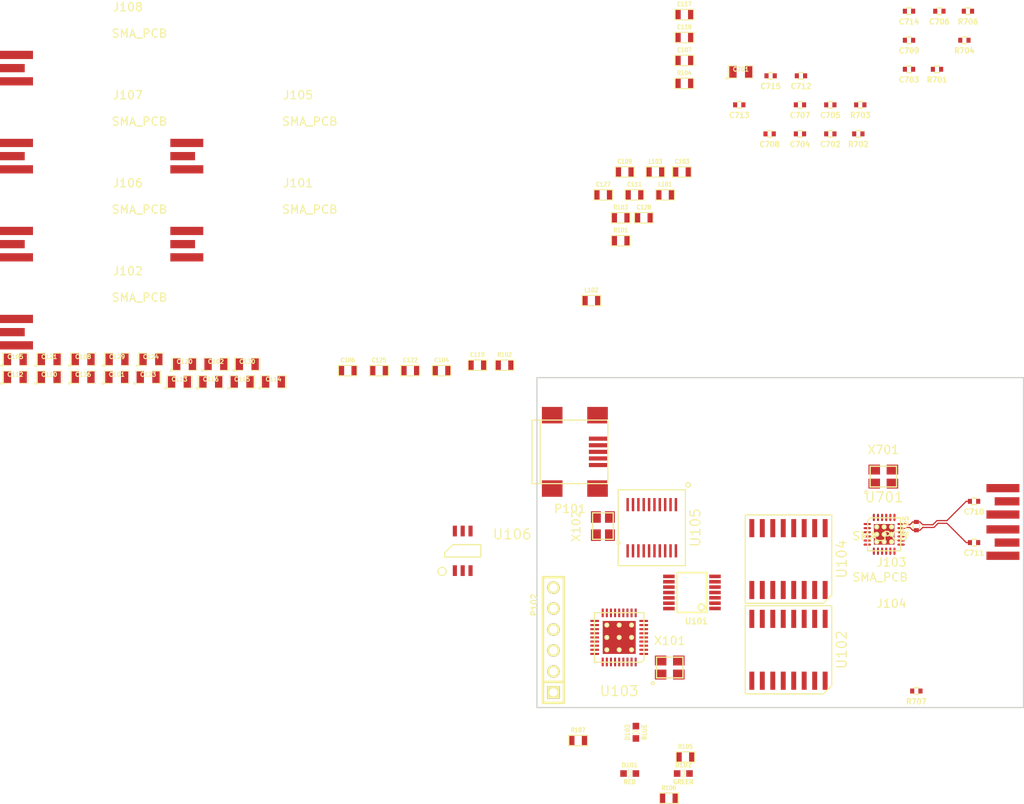
<source format=kicad_pcb>
(kicad_pcb (version 4) (host pcbnew 4.0.5)

  (general
    (links 241)
    (no_connects 222)
    (area 138.924999 84.924999 198.075001 125.075001)
    (thickness 1.6)
    (drawings 4)
    (tracks 24)
    (zones 0)
    (modules 85)
    (nets 92)
  )

  (page A4)
  (layers
    (0 F.Cu signal)
    (1 In1.Cu signal)
    (2 In2.Cu signal)
    (31 B.Cu signal)
    (32 B.Adhes user)
    (33 F.Adhes user)
    (34 B.Paste user)
    (35 F.Paste user)
    (36 B.SilkS user)
    (37 F.SilkS user)
    (38 B.Mask user)
    (39 F.Mask user)
    (40 Dwgs.User user)
    (41 Cmts.User user)
    (42 Eco1.User user)
    (43 Eco2.User user)
    (44 Edge.Cuts user)
    (45 Margin user)
    (46 B.CrtYd user)
    (47 F.CrtYd user)
    (48 B.Fab user)
    (49 F.Fab user)
  )

  (setup
    (last_trace_width 0.15)
    (trace_clearance 0.15)
    (zone_clearance 0.508)
    (zone_45_only no)
    (trace_min 0.15)
    (segment_width 0.2)
    (edge_width 0.15)
    (via_size 0.6)
    (via_drill 0.3)
    (via_min_size 0.4)
    (via_min_drill 0.3)
    (uvia_size 0.3)
    (uvia_drill 0.1)
    (uvias_allowed no)
    (uvia_min_size 0.2)
    (uvia_min_drill 0.1)
    (pcb_text_width 0.3)
    (pcb_text_size 1.5 1.5)
    (mod_edge_width 0.15)
    (mod_text_size 1 1)
    (mod_text_width 0.15)
    (pad_size 1.524 1.524)
    (pad_drill 0.762)
    (pad_to_mask_clearance 0)
    (aux_axis_origin 0 0)
    (visible_elements 7FFFFFFF)
    (pcbplotparams
      (layerselection 0x00030_80000001)
      (usegerberextensions false)
      (excludeedgelayer true)
      (linewidth 0.100000)
      (plotframeref false)
      (viasonmask false)
      (mode 1)
      (useauxorigin false)
      (hpglpennumber 1)
      (hpglpenspeed 20)
      (hpglpendiameter 15)
      (hpglpenoverlay 2)
      (psnegative false)
      (psa4output false)
      (plotreference true)
      (plotvalue true)
      (plotinvisibletext false)
      (padsonsilk false)
      (subtractmaskfromsilk false)
      (outputformat 1)
      (mirror false)
      (drillshape 1)
      (scaleselection 1)
      (outputdirectory ""))
  )

  (net 0 "")
  (net 1 GND)
  (net 2 +3V3)
  (net 3 "Net-(C103-Pad1)")
  (net 4 /DAC0)
  (net 5 /DAC1)
  (net 6 "Net-(C107-Pad1)")
  (net 7 /DAC2)
  (net 8 /DAC3)
  (net 9 +5V)
  (net 10 /PSU23)
  (net 11 /PSU01)
  (net 12 "Net-(C117-Pad1)")
  (net 13 "Net-(C118-Pad1)")
  (net 14 /VddO0)
  (net 15 /VddO1)
  (net 16 "Net-(C123-Pad1)")
  (net 17 /VddO2)
  (net 18 /VddO3)
  (net 19 "Net-(C128-Pad2)")
  (net 20 /SI5338/clk0_1_P)
  (net 21 /SI5338/CLK0_P)
  (net 22 /SI5338/clk0_1_N)
  (net 23 /SI5338/CLK0_N)
  (net 24 /SI5338/clk1_1_P)
  (net 25 /SI5338/CLK1_P)
  (net 26 /SI5338/clk1_1_N)
  (net 27 /SI5338/CLK1_N)
  (net 28 /SI5338/clk2_1_P)
  (net 29 /SI5338/CLK2_P)
  (net 30 /SI5338/clk2_1_N)
  (net 31 /SI5338/CLK2_N)
  (net 32 /SI5338/clk3_1_P)
  (net 33 /SI5338/CLK3_N)
  (net 34 /SI5338/clk3_1_N)
  (net 35 /SI5338/CLK3_P)
  (net 36 /SCL)
  (net 37 /SDA)
  (net 38 /5338_INT)
  (net 39 "Net-(U103-Pad4)")
  (net 40 "Net-(U103-Pad10)")
  (net 41 /CS_DAC)
  (net 42 /SCK_DAC)
  (net 43 "Net-(U103-Pad13)")
  (net 44 /MOSI_DAC)
  (net 45 /CLR_DAC)
  (net 46 "Net-(U103-Pad16)")
  (net 47 "Net-(U103-Pad17)")
  (net 48 "Net-(U103-Pad20)")
  (net 49 /US1_TX)
  (net 50 /US1_RX)
  (net 51 /US1_CTS)
  (net 52 /US1_RTS)
  (net 53 "Net-(U103-Pad31)")
  (net 54 "Net-(U103-Pad32)")
  (net 55 "Net-(U701-Pad1)")
  (net 56 "Net-(U701-Pad2)")
  (net 57 "Net-(U701-Pad5)")
  (net 58 /D_N)
  (net 59 /D_P)
  (net 60 "Net-(P101-Pad4)")
  (net 61 "Net-(U101-Pad1)")
  (net 62 "Net-(U101-Pad8)")
  (net 63 "Net-(U102-Pad3)")
  (net 64 "Net-(U102-Pad6)")
  (net 65 "Net-(U104-Pad3)")
  (net 66 "Net-(U104-Pad6)")
  (net 67 "Net-(U105-Pad20)")
  (net 68 "Net-(U105-Pad1)")
  (net 69 "Net-(U105-Pad2)")
  (net 70 "Net-(U105-Pad18)")
  (net 71 "Net-(U105-Pad17)")
  (net 72 "Net-(U105-Pad15)")
  (net 73 "Net-(U105-Pad14)")
  (net 74 "Net-(U105-Pad13)")
  (net 75 "Net-(U105-Pad12)")
  (net 76 "Net-(U102-Pad15)")
  (net 77 "Net-(U102-Pad14)")
  (net 78 "Net-(U102-Pad11)")
  (net 79 "Net-(U104-Pad15)")
  (net 80 "Net-(U104-Pad14)")
  (net 81 "Net-(U104-Pad11)")
  (net 82 "Net-(R105-Pad1)")
  (net 83 "Net-(R106-Pad1)")
  (net 84 "Net-(R107-Pad1)")
  (net 85 /TMS)
  (net 86 /TCK)
  (net 87 /TDI)
  (net 88 /TDO)
  (net 89 "Net-(D101-PadA)")
  (net 90 "Net-(D102-PadA)")
  (net 91 "Net-(D103-PadA)")

  (net_class Default "Ceci est la Netclass par défaut"
    (clearance 0.15)
    (trace_width 0.15)
    (via_dia 0.6)
    (via_drill 0.3)
    (uvia_dia 0.3)
    (uvia_drill 0.1)
    (add_net +3V3)
    (add_net +5V)
    (add_net /5338_INT)
    (add_net /CLR_DAC)
    (add_net /CS_DAC)
    (add_net /DAC0)
    (add_net /DAC1)
    (add_net /DAC2)
    (add_net /DAC3)
    (add_net /D_N)
    (add_net /D_P)
    (add_net /MOSI_DAC)
    (add_net /PSU01)
    (add_net /PSU23)
    (add_net /SCK_DAC)
    (add_net /SCL)
    (add_net /SDA)
    (add_net /SI5338/CLK0_N)
    (add_net /SI5338/CLK0_P)
    (add_net /SI5338/CLK1_N)
    (add_net /SI5338/CLK1_P)
    (add_net /SI5338/CLK2_N)
    (add_net /SI5338/CLK2_P)
    (add_net /SI5338/CLK3_N)
    (add_net /SI5338/CLK3_P)
    (add_net /SI5338/clk0_1_N)
    (add_net /SI5338/clk0_1_P)
    (add_net /SI5338/clk1_1_N)
    (add_net /SI5338/clk1_1_P)
    (add_net /SI5338/clk2_1_N)
    (add_net /SI5338/clk2_1_P)
    (add_net /SI5338/clk3_1_N)
    (add_net /SI5338/clk3_1_P)
    (add_net /TCK)
    (add_net /TDI)
    (add_net /TDO)
    (add_net /TMS)
    (add_net /US1_CTS)
    (add_net /US1_RTS)
    (add_net /US1_RX)
    (add_net /US1_TX)
    (add_net /VddO0)
    (add_net /VddO1)
    (add_net /VddO2)
    (add_net /VddO3)
    (add_net GND)
    (add_net "Net-(C103-Pad1)")
    (add_net "Net-(C107-Pad1)")
    (add_net "Net-(C117-Pad1)")
    (add_net "Net-(C118-Pad1)")
    (add_net "Net-(C123-Pad1)")
    (add_net "Net-(C128-Pad2)")
    (add_net "Net-(D101-PadA)")
    (add_net "Net-(D102-PadA)")
    (add_net "Net-(D103-PadA)")
    (add_net "Net-(P101-Pad4)")
    (add_net "Net-(R105-Pad1)")
    (add_net "Net-(R106-Pad1)")
    (add_net "Net-(R107-Pad1)")
    (add_net "Net-(U101-Pad1)")
    (add_net "Net-(U101-Pad8)")
    (add_net "Net-(U102-Pad11)")
    (add_net "Net-(U102-Pad14)")
    (add_net "Net-(U102-Pad15)")
    (add_net "Net-(U102-Pad3)")
    (add_net "Net-(U102-Pad6)")
    (add_net "Net-(U103-Pad10)")
    (add_net "Net-(U103-Pad13)")
    (add_net "Net-(U103-Pad16)")
    (add_net "Net-(U103-Pad17)")
    (add_net "Net-(U103-Pad20)")
    (add_net "Net-(U103-Pad31)")
    (add_net "Net-(U103-Pad32)")
    (add_net "Net-(U103-Pad4)")
    (add_net "Net-(U104-Pad11)")
    (add_net "Net-(U104-Pad14)")
    (add_net "Net-(U104-Pad15)")
    (add_net "Net-(U104-Pad3)")
    (add_net "Net-(U104-Pad6)")
    (add_net "Net-(U105-Pad1)")
    (add_net "Net-(U105-Pad12)")
    (add_net "Net-(U105-Pad13)")
    (add_net "Net-(U105-Pad14)")
    (add_net "Net-(U105-Pad15)")
    (add_net "Net-(U105-Pad17)")
    (add_net "Net-(U105-Pad18)")
    (add_net "Net-(U105-Pad2)")
    (add_net "Net-(U105-Pad20)")
    (add_net "Net-(U701-Pad1)")
    (add_net "Net-(U701-Pad2)")
    (add_net "Net-(U701-Pad5)")
  )

  (module QFN:QFN36_6x6_0.5mm (layer F.Cu) (tedit 0) (tstamp 58AE325D)
    (at 148.975 116.5 180)
    (path /58AEB95D)
    (fp_text reference U103 (at 0 -6.5 180) (layer F.SilkS)
      (effects (font (size 1.2 1.2) (thickness 0.15)))
    )
    (fp_text value STM32F103TB-QFN36 (at 0 6.5 180) (layer F.Fab)
      (effects (font (size 1.2 1.2) (thickness 0.15)))
    )
    (fp_line (start -2.7 -3) (end -3 -2.7) (layer F.SilkS) (width 0.15))
    (fp_line (start -3 -2.7) (end -3 3) (layer F.SilkS) (width 0.15))
    (fp_line (start -3 3) (end 3 3) (layer F.SilkS) (width 0.15))
    (fp_line (start 3 3) (end 3 -3) (layer F.SilkS) (width 0.15))
    (fp_line (start 3 -3) (end -2.7 -3) (layer F.SilkS) (width 0.15))
    (pad 37 smd rect (at 0 0 180) (size 4 4) (layers F.Cu F.Mask)
      (net 1 GND))
    (pad 37 thru_hole circle (at -1.5 -1.5 180) (size 0.6 0.6) (drill 0.2) (layers *.Cu *.Mask F.SilkS)
      (net 1 GND))
    (pad 37 thru_hole circle (at -1.5 0 180) (size 0.6 0.6) (drill 0.2) (layers *.Cu *.Mask F.SilkS)
      (net 1 GND))
    (pad 37 thru_hole circle (at -1.5 1.5 180) (size 0.6 0.6) (drill 0.2) (layers *.Cu *.Mask F.SilkS)
      (net 1 GND))
    (pad 37 thru_hole circle (at 0 -1.5 180) (size 0.6 0.6) (drill 0.2) (layers *.Cu *.Mask F.SilkS)
      (net 1 GND))
    (pad 37 thru_hole circle (at 0 0 180) (size 0.6 0.6) (drill 0.2) (layers *.Cu *.Mask F.SilkS)
      (net 1 GND))
    (pad 37 thru_hole circle (at 0 1.5 180) (size 0.6 0.6) (drill 0.2) (layers *.Cu *.Mask F.SilkS)
      (net 1 GND))
    (pad 37 thru_hole circle (at 1.5 -1.5 180) (size 0.6 0.6) (drill 0.2) (layers *.Cu *.Mask F.SilkS)
      (net 1 GND))
    (pad 37 thru_hole circle (at 1.5 0 180) (size 0.6 0.6) (drill 0.2) (layers *.Cu *.Mask F.SilkS)
      (net 1 GND))
    (pad 37 thru_hole circle (at 1.5 1.5 180) (size 0.6 0.6) (drill 0.2) (layers *.Cu *.Mask F.SilkS)
      (net 1 GND))
    (pad ~ smd rect (at -1.646446 -1.646446 180) (size 0.707106 0.707106) (layers F.Paste))
    (pad ~ smd rect (at -1.646446 -0.548815 180) (size 0.707106 0.707106) (layers F.Paste))
    (pad ~ smd rect (at -1.646446 0.548815 180) (size 0.707106 0.707106) (layers F.Paste))
    (pad ~ smd rect (at -1.646446 1.646446 180) (size 0.707106 0.707106) (layers F.Paste))
    (pad ~ smd rect (at -0.548815 -1.646446 180) (size 0.707106 0.707106) (layers F.Paste))
    (pad ~ smd rect (at -0.548815 -0.548815 180) (size 0.707106 0.707106) (layers F.Paste))
    (pad ~ smd rect (at -0.548815 0.548815 180) (size 0.707106 0.707106) (layers F.Paste))
    (pad ~ smd rect (at -0.548815 1.646446 180) (size 0.707106 0.707106) (layers F.Paste))
    (pad ~ smd rect (at 0.548815 -1.646446 180) (size 0.707106 0.707106) (layers F.Paste))
    (pad ~ smd rect (at 0.548815 -0.548815 180) (size 0.707106 0.707106) (layers F.Paste))
    (pad ~ smd rect (at 0.548815 0.548815 180) (size 0.707106 0.707106) (layers F.Paste))
    (pad ~ smd rect (at 0.548815 1.646446 180) (size 0.707106 0.707106) (layers F.Paste))
    (pad ~ smd rect (at 1.646446 -1.646446 180) (size 0.707106 0.707106) (layers F.Paste))
    (pad ~ smd rect (at 1.646446 -0.548815 180) (size 0.707106 0.707106) (layers F.Paste))
    (pad ~ smd rect (at 1.646446 0.548815 180) (size 0.707106 0.707106) (layers F.Paste))
    (pad ~ smd rect (at 1.646446 1.646446 180) (size 0.707106 0.707106) (layers F.Paste))
    (pad 1 smd rect (at -2.975 -2 180) (size 1.05 0.25) (layers F.Cu F.Paste F.Mask)
      (net 2 +3V3))
    (pad 2 smd rect (at -2.975 -1.5 180) (size 1.05 0.25) (layers F.Cu F.Paste F.Mask)
      (net 3 "Net-(C103-Pad1)"))
    (pad 3 smd rect (at -2.975 -1 180) (size 1.05 0.25) (layers F.Cu F.Paste F.Mask)
      (net 6 "Net-(C107-Pad1)"))
    (pad 4 smd rect (at -2.975 -0.5 180) (size 1.05 0.25) (layers F.Cu F.Paste F.Mask)
      (net 39 "Net-(U103-Pad4)"))
    (pad 5 smd rect (at -2.975 0 180) (size 1.05 0.25) (layers F.Cu F.Paste F.Mask)
      (net 1 GND))
    (pad 6 smd rect (at -2.975 0.5 180) (size 1.05 0.25) (layers F.Cu F.Paste F.Mask)
      (net 2 +3V3))
    (pad 7 smd rect (at -2.975 1 180) (size 1.05 0.25) (layers F.Cu F.Paste F.Mask)
      (net 82 "Net-(R105-Pad1)"))
    (pad 8 smd rect (at -2.975 1.5 180) (size 1.05 0.25) (layers F.Cu F.Paste F.Mask)
      (net 83 "Net-(R106-Pad1)"))
    (pad 9 smd rect (at -2.975 2 180) (size 1.05 0.25) (layers F.Cu F.Paste F.Mask)
      (net 84 "Net-(R107-Pad1)"))
    (pad 10 smd rect (at -2 2.975 180) (size 0.25 1.05) (layers F.Cu F.Paste F.Mask)
      (net 40 "Net-(U103-Pad10)"))
    (pad 11 smd rect (at -1.5 2.975 180) (size 0.25 1.05) (layers F.Cu F.Paste F.Mask)
      (net 41 /CS_DAC))
    (pad 12 smd rect (at -1 2.975 180) (size 0.25 1.05) (layers F.Cu F.Paste F.Mask)
      (net 42 /SCK_DAC))
    (pad 13 smd rect (at -0.5 2.975 180) (size 0.25 1.05) (layers F.Cu F.Paste F.Mask)
      (net 43 "Net-(U103-Pad13)"))
    (pad 14 smd rect (at 0 2.975 180) (size 0.25 1.05) (layers F.Cu F.Paste F.Mask)
      (net 44 /MOSI_DAC))
    (pad 15 smd rect (at 0.5 2.975 180) (size 0.25 1.05) (layers F.Cu F.Paste F.Mask)
      (net 45 /CLR_DAC))
    (pad 16 smd rect (at 1 2.975 180) (size 0.25 1.05) (layers F.Cu F.Paste F.Mask)
      (net 46 "Net-(U103-Pad16)"))
    (pad 17 smd rect (at 1.5 2.975 180) (size 0.25 1.05) (layers F.Cu F.Paste F.Mask)
      (net 47 "Net-(U103-Pad17)"))
    (pad 18 smd rect (at 2 2.975 180) (size 0.25 1.05) (layers F.Cu F.Paste F.Mask)
      (net 1 GND))
    (pad 19 smd rect (at 2.975 2 180) (size 1.05 0.25) (layers F.Cu F.Paste F.Mask)
      (net 2 +3V3))
    (pad 20 smd rect (at 2.975 1.5 180) (size 1.05 0.25) (layers F.Cu F.Paste F.Mask)
      (net 48 "Net-(U103-Pad20)"))
    (pad 21 smd rect (at 2.975 1 180) (size 1.05 0.25) (layers F.Cu F.Paste F.Mask)
      (net 49 /US1_TX))
    (pad 22 smd rect (at 2.975 0.5 180) (size 1.05 0.25) (layers F.Cu F.Paste F.Mask)
      (net 50 /US1_RX))
    (pad 23 smd rect (at 2.975 0 180) (size 1.05 0.25) (layers F.Cu F.Paste F.Mask)
      (net 51 /US1_CTS))
    (pad 24 smd rect (at 2.975 -0.5 180) (size 1.05 0.25) (layers F.Cu F.Paste F.Mask)
      (net 52 /US1_RTS))
    (pad 25 smd rect (at 2.975 -1 180) (size 1.05 0.25) (layers F.Cu F.Paste F.Mask)
      (net 85 /TMS))
    (pad 26 smd rect (at 2.975 -1.5 180) (size 1.05 0.25) (layers F.Cu F.Paste F.Mask)
      (net 1 GND))
    (pad 27 smd rect (at 2.975 -2 180) (size 1.05 0.25) (layers F.Cu F.Paste F.Mask)
      (net 2 +3V3))
    (pad 28 smd rect (at 2 -2.975 180) (size 0.25 1.05) (layers F.Cu F.Paste F.Mask)
      (net 86 /TCK))
    (pad 29 smd rect (at 1.5 -2.975 180) (size 0.25 1.05) (layers F.Cu F.Paste F.Mask)
      (net 87 /TDI))
    (pad 30 smd rect (at 1 -2.975 180) (size 0.25 1.05) (layers F.Cu F.Paste F.Mask)
      (net 88 /TDO))
    (pad 31 smd rect (at 0.5 -2.975 180) (size 0.25 1.05) (layers F.Cu F.Paste F.Mask)
      (net 53 "Net-(U103-Pad31)"))
    (pad 32 smd rect (at 0 -2.975 180) (size 0.25 1.05) (layers F.Cu F.Paste F.Mask)
      (net 54 "Net-(U103-Pad32)"))
    (pad 33 smd rect (at -0.5 -2.975 180) (size 0.25 1.05) (layers F.Cu F.Paste F.Mask)
      (net 36 /SCL))
    (pad 34 smd rect (at -1 -2.975 180) (size 0.25 1.05) (layers F.Cu F.Paste F.Mask)
      (net 37 /SDA))
    (pad 35 smd rect (at -1.5 -2.975 180) (size 0.25 1.05) (layers F.Cu F.Paste F.Mask)
      (net 1 GND))
    (pad 36 smd rect (at -2 -2.975 180) (size 0.25 1.05) (layers F.Cu F.Paste F.Mask)
      (net 1 GND))
  )

  (module QFN:QFN24_4x4_9vias (layer F.Cu) (tedit 0) (tstamp 58AE3293)
    (at 181.1 104)
    (path /58AB73A8/5718D49A)
    (fp_text reference U701 (at 0 -4.5) (layer F.SilkS)
      (effects (font (size 1.2 1.2) (thickness 0.15)))
    )
    (fp_text value Si5338 (at 0 4.5) (layer F.Fab)
      (effects (font (size 1.2 1.2) (thickness 0.15)))
    )
    (fp_line (start -1.7 -2) (end -2 -1.7) (layer F.SilkS) (width 0.15))
    (fp_line (start -2 -1.7) (end -2 2) (layer F.SilkS) (width 0.15))
    (fp_line (start -2 2) (end 2 2) (layer F.SilkS) (width 0.15))
    (fp_line (start 2 2) (end 2 -2) (layer F.SilkS) (width 0.15))
    (fp_line (start 2 -2) (end -1.7 -2) (layer F.SilkS) (width 0.15))
    (pad 25 smd rect (at 0 0) (size 2.5 2.5) (layers F.Cu F.Mask)
      (net 1 GND))
    (pad 25 thru_hole circle (at -0.9 -0.9) (size 0.6 0.6) (drill 0.2) (layers *.Cu *.Mask F.SilkS)
      (net 1 GND))
    (pad 25 thru_hole circle (at -0.9 0) (size 0.6 0.6) (drill 0.2) (layers *.Cu *.Mask F.SilkS)
      (net 1 GND))
    (pad 25 thru_hole circle (at -0.9 0.9) (size 0.6 0.6) (drill 0.2) (layers *.Cu *.Mask F.SilkS)
      (net 1 GND))
    (pad 25 thru_hole circle (at 0 -0.9) (size 0.6 0.6) (drill 0.2) (layers *.Cu *.Mask F.SilkS)
      (net 1 GND))
    (pad 25 thru_hole circle (at 0 0) (size 0.6 0.6) (drill 0.2) (layers *.Cu *.Mask F.SilkS)
      (net 1 GND))
    (pad 25 thru_hole circle (at 0 0.9) (size 0.6 0.6) (drill 0.2) (layers *.Cu *.Mask F.SilkS)
      (net 1 GND))
    (pad 25 thru_hole circle (at 0.9 -0.9) (size 0.6 0.6) (drill 0.2) (layers *.Cu *.Mask F.SilkS)
      (net 1 GND))
    (pad 25 thru_hole circle (at 0.9 0) (size 0.6 0.6) (drill 0.2) (layers *.Cu *.Mask F.SilkS)
      (net 1 GND))
    (pad 25 thru_hole circle (at 0.9 0.9) (size 0.6 0.6) (drill 0.2) (layers *.Cu *.Mask F.SilkS)
      (net 1 GND))
    (pad ~ smd rect (at -1.029029 -1.029029) (size 0.441941 0.441941) (layers F.Paste))
    (pad ~ smd rect (at -1.029029 -0.343009) (size 0.441941 0.441941) (layers F.Paste))
    (pad ~ smd rect (at -1.029029 0.343009) (size 0.441941 0.441941) (layers F.Paste))
    (pad ~ smd rect (at -1.029029 1.029029) (size 0.441941 0.441941) (layers F.Paste))
    (pad ~ smd rect (at -0.343009 -1.029029) (size 0.441941 0.441941) (layers F.Paste))
    (pad ~ smd rect (at -0.343009 -0.343009) (size 0.441941 0.441941) (layers F.Paste))
    (pad ~ smd rect (at -0.343009 0.343009) (size 0.441941 0.441941) (layers F.Paste))
    (pad ~ smd rect (at -0.343009 1.029029) (size 0.441941 0.441941) (layers F.Paste))
    (pad ~ smd rect (at 0.343009 -1.029029) (size 0.441941 0.441941) (layers F.Paste))
    (pad ~ smd rect (at 0.343009 -0.343009) (size 0.441941 0.441941) (layers F.Paste))
    (pad ~ smd rect (at 0.343009 0.343009) (size 0.441941 0.441941) (layers F.Paste))
    (pad ~ smd rect (at 0.343009 1.029029) (size 0.441941 0.441941) (layers F.Paste))
    (pad ~ smd rect (at 1.029029 -1.029029) (size 0.441941 0.441941) (layers F.Paste))
    (pad ~ smd rect (at 1.029029 -0.343009) (size 0.441941 0.441941) (layers F.Paste))
    (pad ~ smd rect (at 1.029029 0.343009) (size 0.441941 0.441941) (layers F.Paste))
    (pad ~ smd rect (at 1.029029 1.029029) (size 0.441941 0.441941) (layers F.Paste))
    (pad 1 smd oval (at -2.05 -1.25) (size 0.9 0.25) (layers F.Cu F.Paste F.Mask)
      (net 55 "Net-(U701-Pad1)"))
    (pad 2 smd oval (at -2.05 -0.75) (size 0.9 0.25) (layers F.Cu F.Paste F.Mask)
      (net 56 "Net-(U701-Pad2)"))
    (pad 3 smd oval (at -2.05 -0.25) (size 0.9 0.25) (layers F.Cu F.Paste F.Mask)
      (net 1 GND))
    (pad 4 smd oval (at -2.05 0.25) (size 0.9 0.25) (layers F.Cu F.Paste F.Mask)
      (net 1 GND))
    (pad 5 smd oval (at -2.05 0.75) (size 0.9 0.25) (layers F.Cu F.Paste F.Mask)
      (net 57 "Net-(U701-Pad5)"))
    (pad 6 smd oval (at -2.05 1.25) (size 0.9 0.25) (layers F.Cu F.Paste F.Mask)
      (net 1 GND))
    (pad 7 smd oval (at -1.25 2.05) (size 0.25 0.9) (layers F.Cu F.Paste F.Mask)
      (net 2 +3V3))
    (pad 8 smd oval (at -0.75 2.05) (size 0.25 0.9) (layers F.Cu F.Paste F.Mask)
      (net 38 /5338_INT))
    (pad 9 smd oval (at -0.25 2.05) (size 0.25 0.9) (layers F.Cu F.Paste F.Mask)
      (net 34 /SI5338/clk3_1_N))
    (pad 10 smd oval (at 0.25 2.05) (size 0.25 0.9) (layers F.Cu F.Paste F.Mask)
      (net 32 /SI5338/clk3_1_P))
    (pad 11 smd oval (at 0.75 2.05) (size 0.25 0.9) (layers F.Cu F.Paste F.Mask)
      (net 18 /VddO3))
    (pad 12 smd oval (at 1.25 2.05) (size 0.25 0.9) (layers F.Cu F.Paste F.Mask)
      (net 36 /SCL))
    (pad 13 smd oval (at 2.05 1.25) (size 0.9 0.25) (layers F.Cu F.Paste F.Mask)
      (net 30 /SI5338/clk2_1_N))
    (pad 14 smd oval (at 2.05 0.75) (size 0.9 0.25) (layers F.Cu F.Paste F.Mask)
      (net 28 /SI5338/clk2_1_P))
    (pad 15 smd oval (at 2.05 0.25) (size 0.9 0.25) (layers F.Cu F.Paste F.Mask)
      (net 17 /VddO2))
    (pad 16 smd oval (at 2.05 -0.25) (size 0.9 0.25) (layers F.Cu F.Paste F.Mask)
      (net 15 /VddO1))
    (pad 17 smd oval (at 2.05 -0.75) (size 0.9 0.25) (layers F.Cu F.Paste F.Mask)
      (net 26 /SI5338/clk1_1_N))
    (pad 18 smd oval (at 2.05 -1.25) (size 0.9 0.25) (layers F.Cu F.Paste F.Mask)
      (net 24 /SI5338/clk1_1_P))
    (pad 19 smd oval (at 1.25 -2.05) (size 0.25 0.9) (layers F.Cu F.Paste F.Mask)
      (net 37 /SDA))
    (pad 20 smd oval (at 0.75 -2.05) (size 0.25 0.9) (layers F.Cu F.Paste F.Mask)
      (net 14 /VddO0))
    (pad 21 smd oval (at 0.25 -2.05) (size 0.25 0.9) (layers F.Cu F.Paste F.Mask)
      (net 22 /SI5338/clk0_1_N))
    (pad 22 smd oval (at -0.25 -2.05) (size 0.25 0.9) (layers F.Cu F.Paste F.Mask)
      (net 20 /SI5338/clk0_1_P))
    (pad 23 smd oval (at -0.75 -2.05) (size 0.25 0.9) (layers F.Cu F.Paste F.Mask)
      (net 1 GND))
    (pad 24 smd oval (at -1.25 -2.05) (size 0.25 0.9) (layers F.Cu F.Paste F.Mask)
      (net 2 +3V3))
  )

  (module Xtal_SMD:xtal_3.2x2.5 (layer F.Cu) (tedit 54DF5DC4) (tstamp 58AE329B)
    (at 181 97)
    (path /58AB73A8/57189E2E)
    (fp_text reference X701 (at 0 -3.25) (layer F.SilkS)
      (effects (font (size 1 1) (thickness 0.15)))
    )
    (fp_text value 25MHz (at 8.75 -4.5) (layer F.SilkS) hide
      (effects (font (size 1 1) (thickness 0.15)))
    )
    (fp_circle (center -2.05 1.9) (end -1.95 2.05) (layer F.SilkS) (width 0.15))
    (fp_line (start -1.6 -1.25) (end 1.6 -1.25) (layer F.SilkS) (width 0.15))
    (fp_line (start 1.6 -1.25) (end 1.6 1.25) (layer F.SilkS) (width 0.15))
    (fp_line (start 1.6 1.25) (end -1.6 1.25) (layer F.SilkS) (width 0.15))
    (fp_line (start -1.6 1.25) (end -1.6 -1.25) (layer F.SilkS) (width 0.15))
    (pad 1 smd rect (at -1.1 0.85) (size 1.4 1.2) (layers F.Cu F.Paste F.Mask)
      (net 56 "Net-(U701-Pad2)"))
    (pad 2 smd rect (at 1.1 0.85) (size 1.4 1.2) (layers F.Cu F.Paste F.Mask)
      (net 1 GND))
    (pad 3 smd rect (at 1.1 -0.85) (size 1.4 1.2) (layers F.Cu F.Paste F.Mask)
      (net 55 "Net-(U701-Pad1)"))
    (pad 4 smd rect (at -1.1 -0.85) (size 1.4 1.2) (layers F.Cu F.Paste F.Mask)
      (net 1 GND))
  )

  (module Connectors_RF:Border_Antenna (layer F.Cu) (tedit 58AE2D5C) (tstamp 58AE5F87)
    (at 96.05 68.815)
    (path /58B1D21E)
    (fp_text reference J101 (at 14 -7.4) (layer F.SilkS)
      (effects (font (size 1 1) (thickness 0.15)))
    )
    (fp_text value SMA_PCB (at 15.4 -4.2) (layer F.SilkS)
      (effects (font (size 1 1) (thickness 0.15)))
    )
    (pad 1 smd rect (at 0 0) (size 3 1) (layers F.Cu F.Paste F.Mask)
      (net 21 /SI5338/CLK0_P))
    (pad 2 smd rect (at 0.5 -1.6) (size 4 1) (layers F.Cu F.Paste F.Mask)
      (net 1 GND))
    (pad 2 smd rect (at 0.5 1.6) (size 4 1) (layers F.Cu F.Paste F.Mask)
      (net 1 GND))
  )

  (module Connectors_RF:Border_Antenna (layer F.Cu) (tedit 58AE2D5C) (tstamp 58AE5F8E)
    (at 75.4 79.485)
    (path /58B1E176)
    (fp_text reference J102 (at 14 -7.4) (layer F.SilkS)
      (effects (font (size 1 1) (thickness 0.15)))
    )
    (fp_text value SMA_PCB (at 15.4 -4.2) (layer F.SilkS)
      (effects (font (size 1 1) (thickness 0.15)))
    )
    (pad 1 smd rect (at 0 0) (size 3 1) (layers F.Cu F.Paste F.Mask)
      (net 23 /SI5338/CLK0_N))
    (pad 2 smd rect (at 0.5 -1.6) (size 4 1) (layers F.Cu F.Paste F.Mask)
      (net 1 GND))
    (pad 2 smd rect (at 0.5 1.6) (size 4 1) (layers F.Cu F.Paste F.Mask)
      (net 1 GND))
  )

  (module Connectors_RF:Border_Antenna (layer F.Cu) (tedit 58AE2D5C) (tstamp 58AE5F95)
    (at 196 100 180)
    (path /58B1EAF9)
    (fp_text reference J103 (at 14 -7.4 180) (layer F.SilkS)
      (effects (font (size 1 1) (thickness 0.15)))
    )
    (fp_text value SMA_PCB (at 15.4 -4.2 180) (layer F.SilkS)
      (effects (font (size 1 1) (thickness 0.15)))
    )
    (pad 1 smd rect (at 0 0 180) (size 3 1) (layers F.Cu F.Paste F.Mask)
      (net 25 /SI5338/CLK1_P))
    (pad 2 smd rect (at 0.5 -1.6 180) (size 4 1) (layers F.Cu F.Paste F.Mask)
      (net 1 GND))
    (pad 2 smd rect (at 0.5 1.6 180) (size 4 1) (layers F.Cu F.Paste F.Mask)
      (net 1 GND))
  )

  (module Connectors_RF:Border_Antenna (layer F.Cu) (tedit 58AE2D5C) (tstamp 58AE5F9C)
    (at 196 105 180)
    (path /58B1EAFF)
    (fp_text reference J104 (at 14 -7.4 180) (layer F.SilkS)
      (effects (font (size 1 1) (thickness 0.15)))
    )
    (fp_text value SMA_PCB (at 15.4 -4.2 180) (layer F.SilkS)
      (effects (font (size 1 1) (thickness 0.15)))
    )
    (pad 1 smd rect (at 0 0 180) (size 3 1) (layers F.Cu F.Paste F.Mask)
      (net 27 /SI5338/CLK1_N))
    (pad 2 smd rect (at 0.5 -1.6 180) (size 4 1) (layers F.Cu F.Paste F.Mask)
      (net 1 GND))
    (pad 2 smd rect (at 0.5 1.6 180) (size 4 1) (layers F.Cu F.Paste F.Mask)
      (net 1 GND))
  )

  (module Connectors_RF:Border_Antenna (layer F.Cu) (tedit 58AE2D5C) (tstamp 58AE5FA3)
    (at 96.05 58.145)
    (path /58B1EED5)
    (fp_text reference J105 (at 14 -7.4) (layer F.SilkS)
      (effects (font (size 1 1) (thickness 0.15)))
    )
    (fp_text value SMA_PCB (at 15.4 -4.2) (layer F.SilkS)
      (effects (font (size 1 1) (thickness 0.15)))
    )
    (pad 1 smd rect (at 0 0) (size 3 1) (layers F.Cu F.Paste F.Mask)
      (net 29 /SI5338/CLK2_P))
    (pad 2 smd rect (at 0.5 -1.6) (size 4 1) (layers F.Cu F.Paste F.Mask)
      (net 1 GND))
    (pad 2 smd rect (at 0.5 1.6) (size 4 1) (layers F.Cu F.Paste F.Mask)
      (net 1 GND))
  )

  (module Connectors_RF:Border_Antenna (layer F.Cu) (tedit 58AE2D5C) (tstamp 58AE5FAA)
    (at 75.4 68.815)
    (path /58B1EEDB)
    (fp_text reference J106 (at 14 -7.4) (layer F.SilkS)
      (effects (font (size 1 1) (thickness 0.15)))
    )
    (fp_text value SMA_PCB (at 15.4 -4.2) (layer F.SilkS)
      (effects (font (size 1 1) (thickness 0.15)))
    )
    (pad 1 smd rect (at 0 0) (size 3 1) (layers F.Cu F.Paste F.Mask)
      (net 31 /SI5338/CLK2_N))
    (pad 2 smd rect (at 0.5 -1.6) (size 4 1) (layers F.Cu F.Paste F.Mask)
      (net 1 GND))
    (pad 2 smd rect (at 0.5 1.6) (size 4 1) (layers F.Cu F.Paste F.Mask)
      (net 1 GND))
  )

  (module Connectors_RF:Border_Antenna (layer F.Cu) (tedit 58AE2D5C) (tstamp 58AE5FB1)
    (at 75.4 58.145)
    (path /58B1EEE1)
    (fp_text reference J107 (at 14 -7.4) (layer F.SilkS)
      (effects (font (size 1 1) (thickness 0.15)))
    )
    (fp_text value SMA_PCB (at 15.4 -4.2) (layer F.SilkS)
      (effects (font (size 1 1) (thickness 0.15)))
    )
    (pad 1 smd rect (at 0 0) (size 3 1) (layers F.Cu F.Paste F.Mask)
      (net 35 /SI5338/CLK3_P))
    (pad 2 smd rect (at 0.5 -1.6) (size 4 1) (layers F.Cu F.Paste F.Mask)
      (net 1 GND))
    (pad 2 smd rect (at 0.5 1.6) (size 4 1) (layers F.Cu F.Paste F.Mask)
      (net 1 GND))
  )

  (module Connectors_RF:Border_Antenna (layer F.Cu) (tedit 58AE2D5C) (tstamp 58AE5FB8)
    (at 75.4 47.475)
    (path /58B1EEE7)
    (fp_text reference J108 (at 14 -7.4) (layer F.SilkS)
      (effects (font (size 1 1) (thickness 0.15)))
    )
    (fp_text value SMA_PCB (at 15.4 -4.2) (layer F.SilkS)
      (effects (font (size 1 1) (thickness 0.15)))
    )
    (pad 1 smd rect (at 0 0) (size 3 1) (layers F.Cu F.Paste F.Mask)
      (net 33 /SI5338/CLK3_N))
    (pad 2 smd rect (at 0.5 -1.6) (size 4 1) (layers F.Cu F.Paste F.Mask)
      (net 1 GND))
    (pad 2 smd rect (at 0.5 1.6) (size 4 1) (layers F.Cu F.Paste F.Mask)
      (net 1 GND))
  )

  (module Connectors:USB_Mini-B (layer F.Cu) (tedit 5543E571) (tstamp 58AE5FC7)
    (at 143 94)
    (descr "USB Mini-B 5-pin SMD connector")
    (tags "USB USB_B USB_Mini connector")
    (path /58AEF4E6)
    (attr smd)
    (fp_text reference P101 (at 0 6.90118) (layer F.SilkS)
      (effects (font (size 1 1) (thickness 0.15)))
    )
    (fp_text value USB_OTG (at 0 -7.0993) (layer F.Fab)
      (effects (font (size 1 1) (thickness 0.15)))
    )
    (fp_line (start -4.85 -5.7) (end 4.85 -5.7) (layer F.CrtYd) (width 0.05))
    (fp_line (start 4.85 -5.7) (end 4.85 5.7) (layer F.CrtYd) (width 0.05))
    (fp_line (start 4.85 5.7) (end -4.85 5.7) (layer F.CrtYd) (width 0.05))
    (fp_line (start -4.85 5.7) (end -4.85 -5.7) (layer F.CrtYd) (width 0.05))
    (fp_line (start -3.59918 -3.85064) (end -3.59918 3.85064) (layer F.SilkS) (width 0.15))
    (fp_line (start -4.59994 -3.85064) (end -4.59994 3.85064) (layer F.SilkS) (width 0.15))
    (fp_line (start -4.59994 3.85064) (end 4.59994 3.85064) (layer F.SilkS) (width 0.15))
    (fp_line (start 4.59994 3.85064) (end 4.59994 -3.85064) (layer F.SilkS) (width 0.15))
    (fp_line (start 4.59994 -3.85064) (end -4.59994 -3.85064) (layer F.SilkS) (width 0.15))
    (pad 1 smd rect (at 3.44932 -1.6002) (size 2.30124 0.50038) (layers F.Cu F.Paste F.Mask)
      (net 9 +5V))
    (pad 2 smd rect (at 3.44932 -0.8001) (size 2.30124 0.50038) (layers F.Cu F.Paste F.Mask)
      (net 58 /D_N))
    (pad 3 smd rect (at 3.44932 0) (size 2.30124 0.50038) (layers F.Cu F.Paste F.Mask)
      (net 59 /D_P))
    (pad 4 smd rect (at 3.44932 0.8001) (size 2.30124 0.50038) (layers F.Cu F.Paste F.Mask)
      (net 60 "Net-(P101-Pad4)"))
    (pad 5 smd rect (at 3.44932 1.6002) (size 2.30124 0.50038) (layers F.Cu F.Paste F.Mask)
      (net 1 GND))
    (pad 6 smd rect (at 3.35026 -4.45008) (size 2.49936 1.99898) (layers F.Cu F.Paste F.Mask)
      (net 1 GND))
    (pad 6 smd rect (at -2.14884 -4.45008) (size 2.49936 1.99898) (layers F.Cu F.Paste F.Mask)
      (net 1 GND))
    (pad 6 smd rect (at 3.35026 4.45008) (size 2.49936 1.99898) (layers F.Cu F.Paste F.Mask)
      (net 1 GND))
    (pad 6 smd rect (at -2.14884 4.45008) (size 2.49936 1.99898) (layers F.Cu F.Paste F.Mask)
      (net 1 GND))
    (pad "" np_thru_hole circle (at 0.8509 -2.19964) (size 0.89916 0.89916) (drill 0.89916) (layers *.Cu *.Mask))
    (pad "" np_thru_hole circle (at 0.8509 2.19964) (size 0.89916 0.89916) (drill 0.89916) (layers *.Cu *.Mask))
  )

  (module SSOP:SSOP14 (layer F.Cu) (tedit 54CD91F2) (tstamp 58AE5FD9)
    (at 157.794 111.0569 90)
    (path /58AF1800)
    (attr smd)
    (fp_text reference U101 (at -3.48 0.54 360) (layer F.SilkS)
      (effects (font (size 0.7 0.7) (thickness 0.152)))
    )
    (fp_text value MAX5713/4/5-TSSOP14 (at 0 0.508 90) (layer F.SilkS) hide
      (effects (font (size 0.762 0.762) (thickness 0.1905)))
    )
    (fp_line (start -2.413 -1.778) (end 2.413 -1.778) (layer F.SilkS) (width 0.2032))
    (fp_line (start 2.413 -1.778) (end 2.413 1.778) (layer F.SilkS) (width 0.2032))
    (fp_line (start 2.413 1.778) (end -2.413 1.778) (layer F.SilkS) (width 0.2032))
    (fp_line (start -2.413 1.778) (end -2.413 -1.778) (layer F.SilkS) (width 0.2032))
    (fp_circle (center -1.778 1.143) (end -2.159 1.143) (layer F.SilkS) (width 0.2032))
    (pad 1 smd rect (at -1.9304 2.794 90) (size 0.4318 1.397) (layers F.Cu F.Paste F.Mask)
      (net 61 "Net-(U101-Pad1)"))
    (pad 2 smd rect (at -1.2954 2.794 90) (size 0.4318 1.397) (layers F.Cu F.Paste F.Mask)
      (net 4 /DAC0))
    (pad 3 smd rect (at -0.635 2.794 90) (size 0.4318 1.397) (layers F.Cu F.Paste F.Mask)
      (net 5 /DAC1))
    (pad 4 smd rect (at 0 2.794 90) (size 0.4318 1.397) (layers F.Cu F.Paste F.Mask)
      (net 1 GND))
    (pad 5 smd rect (at 0.6604 2.794 90) (size 0.4318 1.397) (layers F.Cu F.Paste F.Mask)
      (net 7 /DAC2))
    (pad 6 smd rect (at 1.3081 2.794 90) (size 0.4318 1.397) (layers F.Cu F.Paste F.Mask)
      (net 8 /DAC3))
    (pad 7 smd rect (at 1.9558 2.794 90) (size 0.4318 1.397) (layers F.Cu F.Paste F.Mask)
      (net 2 +3V3))
    (pad 8 smd rect (at 1.9558 -2.794 90) (size 0.4318 1.397) (layers F.Cu F.Paste F.Mask)
      (net 62 "Net-(U101-Pad8)"))
    (pad 9 smd rect (at 1.3081 -2.794 90) (size 0.4318 1.397) (layers F.Cu F.Paste F.Mask)
      (net 44 /MOSI_DAC))
    (pad 10 smd rect (at 0.6604 -2.794 90) (size 0.4318 1.397) (layers F.Cu F.Paste F.Mask)
      (net 42 /SCK_DAC))
    (pad 11 smd rect (at 0 -2.794 90) (size 0.4318 1.397) (layers F.Cu F.Paste F.Mask)
      (net 41 /CS_DAC))
    (pad 12 smd rect (at -0.6477 -2.794 90) (size 0.4318 1.397) (layers F.Cu F.Paste F.Mask)
      (net 45 /CLR_DAC))
    (pad 13 smd rect (at -1.2954 -2.794 90) (size 0.4318 1.397) (layers F.Cu F.Paste F.Mask)
      (net 2 +3V3))
    (pad 14 smd rect (at -1.9431 -2.794 90) (size 0.4318 1.397) (layers F.Cu F.Paste F.Mask)
      (net 2 +3V3))
    (model smd/cms_so14.wrl
      (at (xyz 0 0 0))
      (scale (xyz 0.25 0.35 0.25))
      (rotate (xyz 0 0 0))
    )
  )

  (module SOIC:SOIC-16-10.3x7.5 (layer F.Cu) (tedit 0) (tstamp 58AE5FF2)
    (at 169.5 118 180)
    (path /58ADC290)
    (fp_text reference U102 (at -6.445 0 270) (layer F.SilkS)
      (effects (font (size 1.2 1.2) (thickness 0.15)))
    )
    (fp_text value TCA0372BDW-SOIC16 (at 0 0 180) (layer F.Fab)
      (effects (font (size 1.2 1.2) (thickness 0.15)))
    )
    (fp_line (start -4.245 -5.35) (end -5.245 -4.35) (layer F.SilkS) (width 0.15))
    (fp_line (start -5.245 -4.35) (end -5.245 5.35) (layer F.SilkS) (width 0.15))
    (fp_line (start -5.245 5.35) (end 5.245 5.35) (layer F.SilkS) (width 0.15))
    (fp_line (start 5.245 5.35) (end 5.245 -5.35) (layer F.SilkS) (width 0.15))
    (fp_line (start 5.245 -5.35) (end -4.245 -5.35) (layer F.SilkS) (width 0.15))
    (pad 16 smd rect (at -4.445 -3.75 180) (size 0.6 2.2) (layers F.Cu F.Paste F.Mask)
      (net 15 /VddO1))
    (pad 1 smd rect (at -4.445 3.75 180) (size 0.6 2.2) (layers F.Cu F.Paste F.Mask)
      (net 11 /PSU01))
    (pad 15 smd rect (at -3.175 -3.75 180) (size 0.6 2.2) (layers F.Cu F.Paste F.Mask)
      (net 76 "Net-(U102-Pad15)"))
    (pad 2 smd rect (at -3.175 3.75 180) (size 0.6 2.2) (layers F.Cu F.Paste F.Mask)
      (net 14 /VddO0))
    (pad 14 smd rect (at -1.905 -3.75 180) (size 0.6 2.2) (layers F.Cu F.Paste F.Mask)
      (net 77 "Net-(U102-Pad14)"))
    (pad 3 smd rect (at -1.905 3.75 180) (size 0.6 2.2) (layers F.Cu F.Paste F.Mask)
      (net 63 "Net-(U102-Pad3)"))
    (pad 13 smd rect (at -0.635 -3.75 180) (size 0.6 2.2) (layers F.Cu F.Paste F.Mask)
      (net 1 GND))
    (pad 4 smd rect (at -0.635 3.75 180) (size 0.6 2.2) (layers F.Cu F.Paste F.Mask)
      (net 1 GND))
    (pad 12 smd rect (at 0.635 -3.75 180) (size 0.6 2.2) (layers F.Cu F.Paste F.Mask)
      (net 1 GND))
    (pad 5 smd rect (at 0.635 3.75 180) (size 0.6 2.2) (layers F.Cu F.Paste F.Mask)
      (net 1 GND))
    (pad 11 smd rect (at 1.905 -3.75 180) (size 0.6 2.2) (layers F.Cu F.Paste F.Mask)
      (net 78 "Net-(U102-Pad11)"))
    (pad 6 smd rect (at 1.905 3.75 180) (size 0.6 2.2) (layers F.Cu F.Paste F.Mask)
      (net 64 "Net-(U102-Pad6)"))
    (pad 10 smd rect (at 3.175 -3.75 180) (size 0.6 2.2) (layers F.Cu F.Paste F.Mask)
      (net 15 /VddO1))
    (pad 7 smd rect (at 3.175 3.75 180) (size 0.6 2.2) (layers F.Cu F.Paste F.Mask)
      (net 14 /VddO0))
    (pad 9 smd rect (at 4.445 -3.75 180) (size 0.6 2.2) (layers F.Cu F.Paste F.Mask)
      (net 5 /DAC1))
    (pad 8 smd rect (at 4.445 3.75 180) (size 0.6 2.2) (layers F.Cu F.Paste F.Mask)
      (net 4 /DAC0))
  )

  (module SOIC:SOIC-16-10.3x7.5 (layer F.Cu) (tedit 0) (tstamp 58AE600B)
    (at 169.5 107 180)
    (path /58AC566E)
    (fp_text reference U104 (at -6.445 0 270) (layer F.SilkS)
      (effects (font (size 1.2 1.2) (thickness 0.15)))
    )
    (fp_text value TCA0372BDW-SOIC16 (at 0 0 180) (layer F.Fab)
      (effects (font (size 1.2 1.2) (thickness 0.15)))
    )
    (fp_line (start -4.245 -5.35) (end -5.245 -4.35) (layer F.SilkS) (width 0.15))
    (fp_line (start -5.245 -4.35) (end -5.245 5.35) (layer F.SilkS) (width 0.15))
    (fp_line (start -5.245 5.35) (end 5.245 5.35) (layer F.SilkS) (width 0.15))
    (fp_line (start 5.245 5.35) (end 5.245 -5.35) (layer F.SilkS) (width 0.15))
    (fp_line (start 5.245 -5.35) (end -4.245 -5.35) (layer F.SilkS) (width 0.15))
    (pad 16 smd rect (at -4.445 -3.75 180) (size 0.6 2.2) (layers F.Cu F.Paste F.Mask)
      (net 18 /VddO3))
    (pad 1 smd rect (at -4.445 3.75 180) (size 0.6 2.2) (layers F.Cu F.Paste F.Mask)
      (net 10 /PSU23))
    (pad 15 smd rect (at -3.175 -3.75 180) (size 0.6 2.2) (layers F.Cu F.Paste F.Mask)
      (net 79 "Net-(U104-Pad15)"))
    (pad 2 smd rect (at -3.175 3.75 180) (size 0.6 2.2) (layers F.Cu F.Paste F.Mask)
      (net 17 /VddO2))
    (pad 14 smd rect (at -1.905 -3.75 180) (size 0.6 2.2) (layers F.Cu F.Paste F.Mask)
      (net 80 "Net-(U104-Pad14)"))
    (pad 3 smd rect (at -1.905 3.75 180) (size 0.6 2.2) (layers F.Cu F.Paste F.Mask)
      (net 65 "Net-(U104-Pad3)"))
    (pad 13 smd rect (at -0.635 -3.75 180) (size 0.6 2.2) (layers F.Cu F.Paste F.Mask)
      (net 1 GND))
    (pad 4 smd rect (at -0.635 3.75 180) (size 0.6 2.2) (layers F.Cu F.Paste F.Mask)
      (net 1 GND))
    (pad 12 smd rect (at 0.635 -3.75 180) (size 0.6 2.2) (layers F.Cu F.Paste F.Mask)
      (net 1 GND))
    (pad 5 smd rect (at 0.635 3.75 180) (size 0.6 2.2) (layers F.Cu F.Paste F.Mask)
      (net 1 GND))
    (pad 11 smd rect (at 1.905 -3.75 180) (size 0.6 2.2) (layers F.Cu F.Paste F.Mask)
      (net 81 "Net-(U104-Pad11)"))
    (pad 6 smd rect (at 1.905 3.75 180) (size 0.6 2.2) (layers F.Cu F.Paste F.Mask)
      (net 66 "Net-(U104-Pad6)"))
    (pad 10 smd rect (at 3.175 -3.75 180) (size 0.6 2.2) (layers F.Cu F.Paste F.Mask)
      (net 18 /VddO3))
    (pad 7 smd rect (at 3.175 3.75 180) (size 0.6 2.2) (layers F.Cu F.Paste F.Mask)
      (net 17 /VddO2))
    (pad 9 smd rect (at 4.445 -3.75 180) (size 0.6 2.2) (layers F.Cu F.Paste F.Mask)
      (net 8 /DAC3))
    (pad 8 smd rect (at 4.445 3.75 180) (size 0.6 2.2) (layers F.Cu F.Paste F.Mask)
      (net 7 /DAC2))
  )

  (module SSOP:SSOP-20 (layer F.Cu) (tedit 5714EF8E) (tstamp 58AE6023)
    (at 152.925 103.2 180)
    (path /58AEDD9F)
    (fp_text reference U105 (at -5.275 0 270) (layer F.SilkS)
      (effects (font (size 1.2 1.2) (thickness 0.15)))
    )
    (fp_text value CH340T-SSOP20 (at 0 0 180) (layer F.Fab)
      (effects (font (size 1.2 1.2) (thickness 0.15)))
    )
    (fp_circle (center -4.4 5.2) (end -4.2 5.4) (layer F.SilkS) (width 0.15))
    (fp_line (start -4.075 -4.6) (end -4.075 4.6) (layer F.SilkS) (width 0.15))
    (fp_line (start -4.075 4.6) (end 4.075 4.6) (layer F.SilkS) (width 0.15))
    (fp_line (start 4.075 4.6) (end 4.075 -4.6) (layer F.SilkS) (width 0.15))
    (fp_line (start 4.075 -4.6) (end -4.075 -4.6) (layer F.SilkS) (width 0.15))
    (pad 20 smd rect (at -2.925 -2.8 180) (size 0.3 1.6) (layers F.Cu F.Paste F.Mask)
      (net 67 "Net-(U105-Pad20)"))
    (pad 1 smd rect (at -2.925 2.8 180) (size 0.3 1.6) (layers F.Cu F.Paste F.Mask)
      (net 68 "Net-(U105-Pad1)"))
    (pad 19 smd rect (at -2.275 -2.8 180) (size 0.3 1.6) (layers F.Cu F.Paste F.Mask)
      (net 2 +3V3))
    (pad 2 smd rect (at -2.275 2.8 180) (size 0.3 1.6) (layers F.Cu F.Paste F.Mask)
      (net 69 "Net-(U105-Pad2)"))
    (pad 18 smd rect (at -1.625 -2.8 180) (size 0.3 1.6) (layers F.Cu F.Paste F.Mask)
      (net 70 "Net-(U105-Pad18)"))
    (pad 3 smd rect (at -1.625 2.8 180) (size 0.3 1.6) (layers F.Cu F.Paste F.Mask)
      (net 50 /US1_RX))
    (pad 17 smd rect (at -0.975 -2.8 180) (size 0.3 1.6) (layers F.Cu F.Paste F.Mask)
      (net 71 "Net-(U105-Pad17)"))
    (pad 4 smd rect (at -0.975 2.8 180) (size 0.3 1.6) (layers F.Cu F.Paste F.Mask)
      (net 49 /US1_TX))
    (pad 16 smd rect (at -0.325 -2.8 180) (size 0.3 1.6) (layers F.Cu F.Paste F.Mask)
      (net 51 /US1_CTS))
    (pad 5 smd rect (at -0.325 2.8 180) (size 0.3 1.6) (layers F.Cu F.Paste F.Mask)
      (net 2 +3V3))
    (pad 15 smd rect (at 0.325 -2.8 180) (size 0.3 1.6) (layers F.Cu F.Paste F.Mask)
      (net 72 "Net-(U105-Pad15)"))
    (pad 6 smd rect (at 0.325 2.8 180) (size 0.3 1.6) (layers F.Cu F.Paste F.Mask)
      (net 59 /D_P))
    (pad 14 smd rect (at 0.975 -2.8 180) (size 0.3 1.6) (layers F.Cu F.Paste F.Mask)
      (net 73 "Net-(U105-Pad14)"))
    (pad 7 smd rect (at 0.975 2.8 180) (size 0.3 1.6) (layers F.Cu F.Paste F.Mask)
      (net 58 /D_N))
    (pad 13 smd rect (at 1.625 -2.8 180) (size 0.3 1.6) (layers F.Cu F.Paste F.Mask)
      (net 74 "Net-(U105-Pad13)"))
    (pad 8 smd rect (at 1.625 2.8 180) (size 0.3 1.6) (layers F.Cu F.Paste F.Mask)
      (net 1 GND))
    (pad 12 smd rect (at 2.275 -2.8 180) (size 0.3 1.6) (layers F.Cu F.Paste F.Mask)
      (net 75 "Net-(U105-Pad12)"))
    (pad 9 smd rect (at 2.275 2.8 180) (size 0.3 1.6) (layers F.Cu F.Paste F.Mask)
      (net 13 "Net-(C118-Pad1)"))
    (pad 11 smd rect (at 2.925 -2.8 180) (size 0.3 1.6) (layers F.Cu F.Paste F.Mask)
      (net 52 /US1_RTS))
    (pad 10 smd rect (at 2.925 2.8 180) (size 0.3 1.6) (layers F.Cu F.Paste F.Mask)
      (net 12 "Net-(C117-Pad1)"))
  )

  (module SOT:SOT-236-095mm (layer F.Cu) (tedit 0) (tstamp 58AE602D)
    (at 130 106)
    (path /58AF8BF5)
    (fp_text reference U106 (at 6 -2 180) (layer F.SilkS)
      (effects (font (size 1.2 1.2) (thickness 0.15)))
    )
    (fp_text value REG113-XX-SOT23 (at 0 0) (layer F.Fab)
      (effects (font (size 1.2 1.2) (thickness 0.15)))
    )
    (fp_circle (center -2.5 2.5) (end -2 2.5) (layer F.SilkS) (width 0.15))
    (fp_line (start -1.2 -0.75) (end -2.2 0.25) (layer F.SilkS) (width 0.15))
    (fp_line (start -2.2 0.25) (end -2.2 0.75) (layer F.SilkS) (width 0.15))
    (fp_line (start -2.2 0.75) (end 2.2 0.75) (layer F.SilkS) (width 0.15))
    (fp_line (start 2.2 0.75) (end 2.2 -0.75) (layer F.SilkS) (width 0.15))
    (fp_line (start 2.2 -0.75) (end -1.2 -0.75) (layer F.SilkS) (width 0.15))
    (pad 6 smd rect (at -0.95 -2.4) (size 0.5 1.3) (layers F.Cu F.Paste F.Mask))
    (pad 1 smd rect (at -0.95 2.4) (size 0.5 1.3) (layers F.Cu F.Paste F.Mask)
      (net 16 "Net-(C123-Pad1)"))
    (pad 5 smd rect (at 0 -2.4) (size 0.5 1.3) (layers F.Cu F.Paste F.Mask)
      (net 2 +3V3))
    (pad 2 smd rect (at 0 2.4) (size 0.5 1.3) (layers F.Cu F.Paste F.Mask)
      (net 1 GND))
    (pad 4 smd rect (at 0.95 -2.4) (size 0.5 1.3) (layers F.Cu F.Paste F.Mask)
      (net 19 "Net-(C128-Pad2)"))
    (pad 3 smd rect (at 0.95 2.4) (size 0.5 1.3) (layers F.Cu F.Paste F.Mask)
      (net 16 "Net-(C123-Pad1)"))
  )

  (module Xtal_SMD:xtal_3.2x2.5 (layer F.Cu) (tedit 54DF5DC4) (tstamp 58AE6035)
    (at 155.1 120.15)
    (path /58B10A6E)
    (fp_text reference X101 (at 0 -3.25) (layer F.SilkS)
      (effects (font (size 1 1) (thickness 0.15)))
    )
    (fp_text value 8MHz (at 8.75 -4.5) (layer F.SilkS) hide
      (effects (font (size 1 1) (thickness 0.15)))
    )
    (fp_circle (center -2.05 1.9) (end -1.95 2.05) (layer F.SilkS) (width 0.15))
    (fp_line (start -1.6 -1.25) (end 1.6 -1.25) (layer F.SilkS) (width 0.15))
    (fp_line (start 1.6 -1.25) (end 1.6 1.25) (layer F.SilkS) (width 0.15))
    (fp_line (start 1.6 1.25) (end -1.6 1.25) (layer F.SilkS) (width 0.15))
    (fp_line (start -1.6 1.25) (end -1.6 -1.25) (layer F.SilkS) (width 0.15))
    (pad 1 smd rect (at -1.1 0.85) (size 1.4 1.2) (layers F.Cu F.Paste F.Mask)
      (net 3 "Net-(C103-Pad1)"))
    (pad 2 smd rect (at 1.1 0.85) (size 1.4 1.2) (layers F.Cu F.Paste F.Mask)
      (net 1 GND))
    (pad 3 smd rect (at 1.1 -0.85) (size 1.4 1.2) (layers F.Cu F.Paste F.Mask)
      (net 6 "Net-(C107-Pad1)"))
    (pad 4 smd rect (at -1.1 -0.85) (size 1.4 1.2) (layers F.Cu F.Paste F.Mask)
      (net 1 GND))
  )

  (module Xtal_SMD:xtal_3.2x2.5 (layer F.Cu) (tedit 54DF5DC4) (tstamp 58AE603D)
    (at 147 103 90)
    (path /58AF46FB)
    (fp_text reference X102 (at 0 -3.25 90) (layer F.SilkS)
      (effects (font (size 1 1) (thickness 0.15)))
    )
    (fp_text value 12MHz (at 8.75 -4.5 90) (layer F.SilkS) hide
      (effects (font (size 1 1) (thickness 0.15)))
    )
    (fp_circle (center -2.05 1.9) (end -1.95 2.05) (layer F.SilkS) (width 0.15))
    (fp_line (start -1.6 -1.25) (end 1.6 -1.25) (layer F.SilkS) (width 0.15))
    (fp_line (start 1.6 -1.25) (end 1.6 1.25) (layer F.SilkS) (width 0.15))
    (fp_line (start 1.6 1.25) (end -1.6 1.25) (layer F.SilkS) (width 0.15))
    (fp_line (start -1.6 1.25) (end -1.6 -1.25) (layer F.SilkS) (width 0.15))
    (pad 1 smd rect (at -1.1 0.85 90) (size 1.4 1.2) (layers F.Cu F.Paste F.Mask)
      (net 12 "Net-(C117-Pad1)"))
    (pad 2 smd rect (at 1.1 0.85 90) (size 1.4 1.2) (layers F.Cu F.Paste F.Mask)
      (net 1 GND))
    (pad 3 smd rect (at 1.1 -0.85 90) (size 1.4 1.2) (layers F.Cu F.Paste F.Mask)
      (net 13 "Net-(C118-Pad1)"))
    (pad 4 smd rect (at -1.1 -0.85 90) (size 1.4 1.2) (layers F.Cu F.Paste F.Mask)
      (net 1 GND))
  )

  (module Connectors_254mm:pin_array_6x1 (layer F.Cu) (tedit 54CD7EB5) (tstamp 58AFF227)
    (at 141 116.81 90)
    (descr "Connecteur 6 pins")
    (tags "CONN DEV")
    (path /58B060A0)
    (fp_text reference P102 (at 4.25 -2.35 90) (layer F.SilkS)
      (effects (font (size 0.7 0.7) (thickness 0.152)))
    )
    (fp_text value CONN_01X06 (at 0 2.159 90) (layer F.SilkS) hide
      (effects (font (size 1.016 0.889) (thickness 0.2032)))
    )
    (fp_line (start -7.62 1.27) (end -7.62 -1.27) (layer F.SilkS) (width 0.3048))
    (fp_line (start -7.62 -1.27) (end 7.62 -1.27) (layer F.SilkS) (width 0.3048))
    (fp_line (start 7.62 -1.27) (end 7.62 1.27) (layer F.SilkS) (width 0.3048))
    (fp_line (start 7.62 1.27) (end -7.62 1.27) (layer F.SilkS) (width 0.3048))
    (fp_line (start -5.08 1.27) (end -5.08 -1.27) (layer F.SilkS) (width 0.3048))
    (pad 1 thru_hole rect (at -6.35 0 90) (size 1.524 1.524) (drill 1.016) (layers *.Cu *.Mask F.SilkS)
      (net 85 /TMS))
    (pad 2 thru_hole circle (at -3.81 0 90) (size 1.524 1.524) (drill 1.016) (layers *.Cu *.Mask F.SilkS)
      (net 88 /TDO))
    (pad 3 thru_hole circle (at -1.27 0 90) (size 1.524 1.524) (drill 1.016) (layers *.Cu *.Mask F.SilkS)
      (net 87 /TDI))
    (pad 4 thru_hole circle (at 1.27 0 90) (size 1.524 1.524) (drill 1.016) (layers *.Cu *.Mask F.SilkS)
      (net 86 /TCK))
    (pad 5 thru_hole circle (at 3.81 0 90) (size 1.524 1.524) (drill 1.016) (layers *.Cu *.Mask F.SilkS)
      (net 2 +3V3))
    (pad 6 thru_hole circle (at 6.35 0 90) (size 1.524 1.524) (drill 1.016) (layers *.Cu *.Mask F.SilkS)
      (net 1 GND))
    (model pin_array/pins_array_6x1.wrl
      (at (xyz 0 0 0))
      (scale (xyz 1 1 1))
      (rotate (xyz 0 0 0))
    )
  )

  (module General_SMD:SM0805 (layer F.Cu) (tedit 54EC8E63) (tstamp 58AFFB43)
    (at 88.057531 84.941531)
    (path /58B070D6)
    (attr smd)
    (fp_text reference C101 (at 0 -0.3175) (layer F.SilkS)
      (effects (font (size 0.50038 0.50038) (thickness 0.10922)))
    )
    (fp_text value 100n (at 0 0.381) (layer F.SilkS) hide
      (effects (font (size 0.50038 0.50038) (thickness 0.10922)))
    )
    (fp_circle (center -1.651 0.762) (end -1.651 0.635) (layer F.SilkS) (width 0.09906))
    (fp_line (start -0.508 0.762) (end -1.524 0.762) (layer F.SilkS) (width 0.09906))
    (fp_line (start -1.524 0.762) (end -1.524 -0.762) (layer F.SilkS) (width 0.09906))
    (fp_line (start -1.524 -0.762) (end -0.508 -0.762) (layer F.SilkS) (width 0.09906))
    (fp_line (start 0.508 -0.762) (end 1.524 -0.762) (layer F.SilkS) (width 0.09906))
    (fp_line (start 1.524 -0.762) (end 1.524 0.762) (layer F.SilkS) (width 0.09906))
    (fp_line (start 1.524 0.762) (end 0.508 0.762) (layer F.SilkS) (width 0.09906))
    (pad 1 smd rect (at -0.9525 0) (size 0.889 1.397) (layers F.Cu F.Paste F.Mask)
      (net 1 GND))
    (pad 2 smd rect (at 0.9525 0) (size 0.889 1.397) (layers F.Cu F.Paste F.Mask)
      (net 2 +3V3))
    (model smd/chip_cms.wrl
      (at (xyz 0 0 0))
      (scale (xyz 0.1 0.1 0.1))
      (rotate (xyz 0 0 0))
    )
  )

  (module General_SMD:SM0805 (layer F.Cu) (tedit 54EC8E63) (tstamp 58AFFB4F)
    (at 100.077531 83.371531)
    (path /58B071DE)
    (attr smd)
    (fp_text reference C102 (at 0 -0.3175) (layer F.SilkS)
      (effects (font (size 0.50038 0.50038) (thickness 0.10922)))
    )
    (fp_text value 100n (at 0 0.381) (layer F.SilkS) hide
      (effects (font (size 0.50038 0.50038) (thickness 0.10922)))
    )
    (fp_circle (center -1.651 0.762) (end -1.651 0.635) (layer F.SilkS) (width 0.09906))
    (fp_line (start -0.508 0.762) (end -1.524 0.762) (layer F.SilkS) (width 0.09906))
    (fp_line (start -1.524 0.762) (end -1.524 -0.762) (layer F.SilkS) (width 0.09906))
    (fp_line (start -1.524 -0.762) (end -0.508 -0.762) (layer F.SilkS) (width 0.09906))
    (fp_line (start 0.508 -0.762) (end 1.524 -0.762) (layer F.SilkS) (width 0.09906))
    (fp_line (start 1.524 -0.762) (end 1.524 0.762) (layer F.SilkS) (width 0.09906))
    (fp_line (start 1.524 0.762) (end 0.508 0.762) (layer F.SilkS) (width 0.09906))
    (pad 1 smd rect (at -0.9525 0) (size 0.889 1.397) (layers F.Cu F.Paste F.Mask)
      (net 1 GND))
    (pad 2 smd rect (at 0.9525 0) (size 0.889 1.397) (layers F.Cu F.Paste F.Mask)
      (net 2 +3V3))
    (model smd/chip_cms.wrl
      (at (xyz 0 0 0))
      (scale (xyz 0.1 0.1 0.1))
      (rotate (xyz 0 0 0))
    )
  )

  (module General_SMD:SM0603 (layer F.Cu) (tedit 54EC8D93) (tstamp 58AFFB5B)
    (at 156.586501 60.06275)
    (path /58B11C23)
    (attr smd)
    (fp_text reference C103 (at 0 -1.27) (layer F.SilkS)
      (effects (font (size 0.508 0.4572) (thickness 0.1143)))
    )
    (fp_text value 10p (at 0 0) (layer F.SilkS) hide
      (effects (font (size 0.508 0.4572) (thickness 0.1143)))
    )
    (fp_line (start -1.143 -0.635) (end 1.143 -0.635) (layer F.SilkS) (width 0.127))
    (fp_line (start 1.143 -0.635) (end 1.143 0.635) (layer F.SilkS) (width 0.127))
    (fp_line (start 1.143 0.635) (end -1.143 0.635) (layer F.SilkS) (width 0.127))
    (fp_line (start -1.143 0.635) (end -1.143 -0.635) (layer F.SilkS) (width 0.127))
    (pad 1 smd rect (at -0.762 0) (size 0.635 1.143) (layers F.Cu F.Paste F.Mask)
      (net 3 "Net-(C103-Pad1)"))
    (pad 2 smd rect (at 0.762 0) (size 0.635 1.143) (layers F.Cu F.Paste F.Mask)
      (net 1 GND))
    (model smd\resistors\R0603.wrl
      (at (xyz 0 0 0.001))
      (scale (xyz 0.5 0.5 0.5))
      (rotate (xyz 0 0 0))
    )
  )

  (module General_SMD:SM0603 (layer F.Cu) (tedit 54EC8D93) (tstamp 58AFFB64)
    (at 127.438172 84.15275)
    (path /58B1A00A)
    (attr smd)
    (fp_text reference C104 (at 0 -1.27) (layer F.SilkS)
      (effects (font (size 0.508 0.4572) (thickness 0.1143)))
    )
    (fp_text value CAP_0603 (at 0 0) (layer F.SilkS) hide
      (effects (font (size 0.508 0.4572) (thickness 0.1143)))
    )
    (fp_line (start -1.143 -0.635) (end 1.143 -0.635) (layer F.SilkS) (width 0.127))
    (fp_line (start 1.143 -0.635) (end 1.143 0.635) (layer F.SilkS) (width 0.127))
    (fp_line (start 1.143 0.635) (end -1.143 0.635) (layer F.SilkS) (width 0.127))
    (fp_line (start -1.143 0.635) (end -1.143 -0.635) (layer F.SilkS) (width 0.127))
    (pad 1 smd rect (at -0.762 0) (size 0.635 1.143) (layers F.Cu F.Paste F.Mask)
      (net 4 /DAC0))
    (pad 2 smd rect (at 0.762 0) (size 0.635 1.143) (layers F.Cu F.Paste F.Mask)
      (net 1 GND))
    (model smd\resistors\R0603.wrl
      (at (xyz 0 0 0.001))
      (scale (xyz 0.5 0.5 0.5))
      (rotate (xyz 0 0 0))
    )
  )

  (module General_SMD:SM0805 (layer F.Cu) (tedit 54EC8E63) (tstamp 58AFFB6D)
    (at 75.758553 82.791531)
    (path /58B1B3FC)
    (attr smd)
    (fp_text reference C105 (at 0 -0.3175) (layer F.SilkS)
      (effects (font (size 0.50038 0.50038) (thickness 0.10922)))
    )
    (fp_text value CAP_0805 (at 0 0.381) (layer F.SilkS) hide
      (effects (font (size 0.50038 0.50038) (thickness 0.10922)))
    )
    (fp_circle (center -1.651 0.762) (end -1.651 0.635) (layer F.SilkS) (width 0.09906))
    (fp_line (start -0.508 0.762) (end -1.524 0.762) (layer F.SilkS) (width 0.09906))
    (fp_line (start -1.524 0.762) (end -1.524 -0.762) (layer F.SilkS) (width 0.09906))
    (fp_line (start -1.524 -0.762) (end -0.508 -0.762) (layer F.SilkS) (width 0.09906))
    (fp_line (start 0.508 -0.762) (end 1.524 -0.762) (layer F.SilkS) (width 0.09906))
    (fp_line (start 1.524 -0.762) (end 1.524 0.762) (layer F.SilkS) (width 0.09906))
    (fp_line (start 1.524 0.762) (end 0.508 0.762) (layer F.SilkS) (width 0.09906))
    (pad 1 smd rect (at -0.9525 0) (size 0.889 1.397) (layers F.Cu F.Paste F.Mask)
      (net 4 /DAC0))
    (pad 2 smd rect (at 0.9525 0) (size 0.889 1.397) (layers F.Cu F.Paste F.Mask)
      (net 1 GND))
    (model smd/chip_cms.wrl
      (at (xyz 0 0 0))
      (scale (xyz 0.1 0.1 0.1))
      (rotate (xyz 0 0 0))
    )
  )

  (module General_SMD:SM0603 (layer F.Cu) (tedit 54EC8D93) (tstamp 58AFFB79)
    (at 116.068172 84.15275)
    (path /58B1B00F)
    (attr smd)
    (fp_text reference C106 (at 0 -1.27) (layer F.SilkS)
      (effects (font (size 0.508 0.4572) (thickness 0.1143)))
    )
    (fp_text value CAP_0603 (at 0 0) (layer F.SilkS) hide
      (effects (font (size 0.508 0.4572) (thickness 0.1143)))
    )
    (fp_line (start -1.143 -0.635) (end 1.143 -0.635) (layer F.SilkS) (width 0.127))
    (fp_line (start 1.143 -0.635) (end 1.143 0.635) (layer F.SilkS) (width 0.127))
    (fp_line (start 1.143 0.635) (end -1.143 0.635) (layer F.SilkS) (width 0.127))
    (fp_line (start -1.143 0.635) (end -1.143 -0.635) (layer F.SilkS) (width 0.127))
    (pad 1 smd rect (at -0.762 0) (size 0.635 1.143) (layers F.Cu F.Paste F.Mask)
      (net 5 /DAC1))
    (pad 2 smd rect (at 0.762 0) (size 0.635 1.143) (layers F.Cu F.Paste F.Mask)
      (net 1 GND))
    (model smd\resistors\R0603.wrl
      (at (xyz 0 0 0.001))
      (scale (xyz 0.5 0.5 0.5))
      (rotate (xyz 0 0 0))
    )
  )

  (module General_SMD:SM0603 (layer F.Cu) (tedit 54EC8D93) (tstamp 58AFFB82)
    (at 156.876501 46.54275)
    (path /58B125A0)
    (attr smd)
    (fp_text reference C107 (at 0 -1.27) (layer F.SilkS)
      (effects (font (size 0.508 0.4572) (thickness 0.1143)))
    )
    (fp_text value 10p (at 0 0) (layer F.SilkS) hide
      (effects (font (size 0.508 0.4572) (thickness 0.1143)))
    )
    (fp_line (start -1.143 -0.635) (end 1.143 -0.635) (layer F.SilkS) (width 0.127))
    (fp_line (start 1.143 -0.635) (end 1.143 0.635) (layer F.SilkS) (width 0.127))
    (fp_line (start 1.143 0.635) (end -1.143 0.635) (layer F.SilkS) (width 0.127))
    (fp_line (start -1.143 0.635) (end -1.143 -0.635) (layer F.SilkS) (width 0.127))
    (pad 1 smd rect (at -0.762 0) (size 0.635 1.143) (layers F.Cu F.Paste F.Mask)
      (net 6 "Net-(C107-Pad1)"))
    (pad 2 smd rect (at 0.762 0) (size 0.635 1.143) (layers F.Cu F.Paste F.Mask)
      (net 1 GND))
    (model smd\resistors\R0603.wrl
      (at (xyz 0 0 0.001))
      (scale (xyz 0.5 0.5 0.5))
      (rotate (xyz 0 0 0))
    )
  )

  (module General_SMD:SM0805 (layer F.Cu) (tedit 54EC8E63) (tstamp 58AFFB8B)
    (at 83.978553 82.791531)
    (path /58B1B485)
    (attr smd)
    (fp_text reference C108 (at 0 -0.3175) (layer F.SilkS)
      (effects (font (size 0.50038 0.50038) (thickness 0.10922)))
    )
    (fp_text value CAP_0805 (at 0 0.381) (layer F.SilkS) hide
      (effects (font (size 0.50038 0.50038) (thickness 0.10922)))
    )
    (fp_circle (center -1.651 0.762) (end -1.651 0.635) (layer F.SilkS) (width 0.09906))
    (fp_line (start -0.508 0.762) (end -1.524 0.762) (layer F.SilkS) (width 0.09906))
    (fp_line (start -1.524 0.762) (end -1.524 -0.762) (layer F.SilkS) (width 0.09906))
    (fp_line (start -1.524 -0.762) (end -0.508 -0.762) (layer F.SilkS) (width 0.09906))
    (fp_line (start 0.508 -0.762) (end 1.524 -0.762) (layer F.SilkS) (width 0.09906))
    (fp_line (start 1.524 -0.762) (end 1.524 0.762) (layer F.SilkS) (width 0.09906))
    (fp_line (start 1.524 0.762) (end 0.508 0.762) (layer F.SilkS) (width 0.09906))
    (pad 1 smd rect (at -0.9525 0) (size 0.889 1.397) (layers F.Cu F.Paste F.Mask)
      (net 5 /DAC1))
    (pad 2 smd rect (at 0.9525 0) (size 0.889 1.397) (layers F.Cu F.Paste F.Mask)
      (net 1 GND))
    (model smd/chip_cms.wrl
      (at (xyz 0 0 0))
      (scale (xyz 0.1 0.1 0.1))
      (rotate (xyz 0 0 0))
    )
  )

  (module General_SMD:SM0603 (layer F.Cu) (tedit 54EC8D93) (tstamp 58AFFB97)
    (at 149.648172 60.06275)
    (path /58B1B1E7)
    (attr smd)
    (fp_text reference C109 (at 0 -1.27) (layer F.SilkS)
      (effects (font (size 0.508 0.4572) (thickness 0.1143)))
    )
    (fp_text value CAP_0603 (at 0 0) (layer F.SilkS) hide
      (effects (font (size 0.508 0.4572) (thickness 0.1143)))
    )
    (fp_line (start -1.143 -0.635) (end 1.143 -0.635) (layer F.SilkS) (width 0.127))
    (fp_line (start 1.143 -0.635) (end 1.143 0.635) (layer F.SilkS) (width 0.127))
    (fp_line (start 1.143 0.635) (end -1.143 0.635) (layer F.SilkS) (width 0.127))
    (fp_line (start -1.143 0.635) (end -1.143 -0.635) (layer F.SilkS) (width 0.127))
    (pad 1 smd rect (at -0.762 0) (size 0.635 1.143) (layers F.Cu F.Paste F.Mask)
      (net 7 /DAC2))
    (pad 2 smd rect (at 0.762 0) (size 0.635 1.143) (layers F.Cu F.Paste F.Mask)
      (net 1 GND))
    (model smd\resistors\R0603.wrl
      (at (xyz 0 0 0.001))
      (scale (xyz 0.5 0.5 0.5))
      (rotate (xyz 0 0 0))
    )
  )

  (module General_SMD:SM0805 (layer F.Cu) (tedit 54EC8E63) (tstamp 58AFFBA0)
    (at 79.868553 84.941531)
    (path /58B1B59A)
    (attr smd)
    (fp_text reference C110 (at 0 -0.3175) (layer F.SilkS)
      (effects (font (size 0.50038 0.50038) (thickness 0.10922)))
    )
    (fp_text value CAP_0805 (at 0 0.381) (layer F.SilkS) hide
      (effects (font (size 0.50038 0.50038) (thickness 0.10922)))
    )
    (fp_circle (center -1.651 0.762) (end -1.651 0.635) (layer F.SilkS) (width 0.09906))
    (fp_line (start -0.508 0.762) (end -1.524 0.762) (layer F.SilkS) (width 0.09906))
    (fp_line (start -1.524 0.762) (end -1.524 -0.762) (layer F.SilkS) (width 0.09906))
    (fp_line (start -1.524 -0.762) (end -0.508 -0.762) (layer F.SilkS) (width 0.09906))
    (fp_line (start 0.508 -0.762) (end 1.524 -0.762) (layer F.SilkS) (width 0.09906))
    (fp_line (start 1.524 -0.762) (end 1.524 0.762) (layer F.SilkS) (width 0.09906))
    (fp_line (start 1.524 0.762) (end 0.508 0.762) (layer F.SilkS) (width 0.09906))
    (pad 1 smd rect (at -0.9525 0) (size 0.889 1.397) (layers F.Cu F.Paste F.Mask)
      (net 7 /DAC2))
    (pad 2 smd rect (at 0.9525 0) (size 0.889 1.397) (layers F.Cu F.Paste F.Mask)
      (net 1 GND))
    (model smd/chip_cms.wrl
      (at (xyz 0 0 0))
      (scale (xyz 0.1 0.1 0.1))
      (rotate (xyz 0 0 0))
    )
  )

  (module General_SMD:SM0603 (layer F.Cu) (tedit 54EC8D93) (tstamp 58AFFBAC)
    (at 150.828172 62.84275)
    (path /58B1B26D)
    (attr smd)
    (fp_text reference C111 (at 0 -1.27) (layer F.SilkS)
      (effects (font (size 0.508 0.4572) (thickness 0.1143)))
    )
    (fp_text value CAP_0603 (at 0 0) (layer F.SilkS) hide
      (effects (font (size 0.508 0.4572) (thickness 0.1143)))
    )
    (fp_line (start -1.143 -0.635) (end 1.143 -0.635) (layer F.SilkS) (width 0.127))
    (fp_line (start 1.143 -0.635) (end 1.143 0.635) (layer F.SilkS) (width 0.127))
    (fp_line (start 1.143 0.635) (end -1.143 0.635) (layer F.SilkS) (width 0.127))
    (fp_line (start -1.143 0.635) (end -1.143 -0.635) (layer F.SilkS) (width 0.127))
    (pad 1 smd rect (at -0.762 0) (size 0.635 1.143) (layers F.Cu F.Paste F.Mask)
      (net 8 /DAC3))
    (pad 2 smd rect (at 0.762 0) (size 0.635 1.143) (layers F.Cu F.Paste F.Mask)
      (net 1 GND))
    (model smd\resistors\R0603.wrl
      (at (xyz 0 0 0.001))
      (scale (xyz 0.5 0.5 0.5))
      (rotate (xyz 0 0 0))
    )
  )

  (module General_SMD:SM0805 (layer F.Cu) (tedit 54EC8E63) (tstamp 58AFFBB5)
    (at 75.758553 84.941531)
    (path /58B1B6B9)
    (attr smd)
    (fp_text reference C112 (at 0 -0.3175) (layer F.SilkS)
      (effects (font (size 0.50038 0.50038) (thickness 0.10922)))
    )
    (fp_text value CAP_0805 (at 0 0.381) (layer F.SilkS) hide
      (effects (font (size 0.50038 0.50038) (thickness 0.10922)))
    )
    (fp_circle (center -1.651 0.762) (end -1.651 0.635) (layer F.SilkS) (width 0.09906))
    (fp_line (start -0.508 0.762) (end -1.524 0.762) (layer F.SilkS) (width 0.09906))
    (fp_line (start -1.524 0.762) (end -1.524 -0.762) (layer F.SilkS) (width 0.09906))
    (fp_line (start -1.524 -0.762) (end -0.508 -0.762) (layer F.SilkS) (width 0.09906))
    (fp_line (start 0.508 -0.762) (end 1.524 -0.762) (layer F.SilkS) (width 0.09906))
    (fp_line (start 1.524 -0.762) (end 1.524 0.762) (layer F.SilkS) (width 0.09906))
    (fp_line (start 1.524 0.762) (end 0.508 0.762) (layer F.SilkS) (width 0.09906))
    (pad 1 smd rect (at -0.9525 0) (size 0.889 1.397) (layers F.Cu F.Paste F.Mask)
      (net 8 /DAC3))
    (pad 2 smd rect (at 0.9525 0) (size 0.889 1.397) (layers F.Cu F.Paste F.Mask)
      (net 1 GND))
    (model smd/chip_cms.wrl
      (at (xyz 0 0 0))
      (scale (xyz 0.1 0.1 0.1))
      (rotate (xyz 0 0 0))
    )
  )

  (module General_SMD:SM0805 (layer F.Cu) (tedit 54EC8E63) (tstamp 58AFFBC1)
    (at 95.657531 85.521531)
    (path /58B0A1F2)
    (attr smd)
    (fp_text reference C113 (at 0 -0.3175) (layer F.SilkS)
      (effects (font (size 0.50038 0.50038) (thickness 0.10922)))
    )
    (fp_text value 1u (at 0 0.381) (layer F.SilkS) hide
      (effects (font (size 0.50038 0.50038) (thickness 0.10922)))
    )
    (fp_circle (center -1.651 0.762) (end -1.651 0.635) (layer F.SilkS) (width 0.09906))
    (fp_line (start -0.508 0.762) (end -1.524 0.762) (layer F.SilkS) (width 0.09906))
    (fp_line (start -1.524 0.762) (end -1.524 -0.762) (layer F.SilkS) (width 0.09906))
    (fp_line (start -1.524 -0.762) (end -0.508 -0.762) (layer F.SilkS) (width 0.09906))
    (fp_line (start 0.508 -0.762) (end 1.524 -0.762) (layer F.SilkS) (width 0.09906))
    (fp_line (start 1.524 -0.762) (end 1.524 0.762) (layer F.SilkS) (width 0.09906))
    (fp_line (start 1.524 0.762) (end 0.508 0.762) (layer F.SilkS) (width 0.09906))
    (pad 1 smd rect (at -0.9525 0) (size 0.889 1.397) (layers F.Cu F.Paste F.Mask)
      (net 9 +5V))
    (pad 2 smd rect (at 0.9525 0) (size 0.889 1.397) (layers F.Cu F.Paste F.Mask)
      (net 1 GND))
    (model smd/chip_cms.wrl
      (at (xyz 0 0 0))
      (scale (xyz 0.1 0.1 0.1))
      (rotate (xyz 0 0 0))
    )
  )

  (module General_SMD:SM0805 (layer F.Cu) (tedit 54EC8E63) (tstamp 58AFFBCD)
    (at 107.057531 85.521531)
    (path /58B0D17B)
    (attr smd)
    (fp_text reference C114 (at 0 -0.3175) (layer F.SilkS)
      (effects (font (size 0.50038 0.50038) (thickness 0.10922)))
    )
    (fp_text value 1u (at 0 0.381) (layer F.SilkS) hide
      (effects (font (size 0.50038 0.50038) (thickness 0.10922)))
    )
    (fp_circle (center -1.651 0.762) (end -1.651 0.635) (layer F.SilkS) (width 0.09906))
    (fp_line (start -0.508 0.762) (end -1.524 0.762) (layer F.SilkS) (width 0.09906))
    (fp_line (start -1.524 0.762) (end -1.524 -0.762) (layer F.SilkS) (width 0.09906))
    (fp_line (start -1.524 -0.762) (end -0.508 -0.762) (layer F.SilkS) (width 0.09906))
    (fp_line (start 0.508 -0.762) (end 1.524 -0.762) (layer F.SilkS) (width 0.09906))
    (fp_line (start 1.524 -0.762) (end 1.524 0.762) (layer F.SilkS) (width 0.09906))
    (fp_line (start 1.524 0.762) (end 0.508 0.762) (layer F.SilkS) (width 0.09906))
    (pad 1 smd rect (at -0.9525 0) (size 0.889 1.397) (layers F.Cu F.Paste F.Mask)
      (net 9 +5V))
    (pad 2 smd rect (at 0.9525 0) (size 0.889 1.397) (layers F.Cu F.Paste F.Mask)
      (net 1 GND))
    (model smd/chip_cms.wrl
      (at (xyz 0 0 0))
      (scale (xyz 0.1 0.1 0.1))
      (rotate (xyz 0 0 0))
    )
  )

  (module General_SMD:SM0805 (layer F.Cu) (tedit 54EC8E63) (tstamp 58AFFBD9)
    (at 103.257531 85.521531)
    (path /58B0A1DC)
    (attr smd)
    (fp_text reference C115 (at 0 -0.3175) (layer F.SilkS)
      (effects (font (size 0.50038 0.50038) (thickness 0.10922)))
    )
    (fp_text value 1u (at 0 0.381) (layer F.SilkS) hide
      (effects (font (size 0.50038 0.50038) (thickness 0.10922)))
    )
    (fp_circle (center -1.651 0.762) (end -1.651 0.635) (layer F.SilkS) (width 0.09906))
    (fp_line (start -0.508 0.762) (end -1.524 0.762) (layer F.SilkS) (width 0.09906))
    (fp_line (start -1.524 0.762) (end -1.524 -0.762) (layer F.SilkS) (width 0.09906))
    (fp_line (start -1.524 -0.762) (end -0.508 -0.762) (layer F.SilkS) (width 0.09906))
    (fp_line (start 0.508 -0.762) (end 1.524 -0.762) (layer F.SilkS) (width 0.09906))
    (fp_line (start 1.524 -0.762) (end 1.524 0.762) (layer F.SilkS) (width 0.09906))
    (fp_line (start 1.524 0.762) (end 0.508 0.762) (layer F.SilkS) (width 0.09906))
    (pad 1 smd rect (at -0.9525 0) (size 0.889 1.397) (layers F.Cu F.Paste F.Mask)
      (net 10 /PSU23))
    (pad 2 smd rect (at 0.9525 0) (size 0.889 1.397) (layers F.Cu F.Paste F.Mask)
      (net 1 GND))
    (model smd/chip_cms.wrl
      (at (xyz 0 0 0))
      (scale (xyz 0.1 0.1 0.1))
      (rotate (xyz 0 0 0))
    )
  )

  (module General_SMD:SM0805 (layer F.Cu) (tedit 54EC8E63) (tstamp 58AFFBE5)
    (at 99.457531 85.521531)
    (path /58B0D168)
    (attr smd)
    (fp_text reference C116 (at 0 -0.3175) (layer F.SilkS)
      (effects (font (size 0.50038 0.50038) (thickness 0.10922)))
    )
    (fp_text value 1u (at 0 0.381) (layer F.SilkS) hide
      (effects (font (size 0.50038 0.50038) (thickness 0.10922)))
    )
    (fp_circle (center -1.651 0.762) (end -1.651 0.635) (layer F.SilkS) (width 0.09906))
    (fp_line (start -0.508 0.762) (end -1.524 0.762) (layer F.SilkS) (width 0.09906))
    (fp_line (start -1.524 0.762) (end -1.524 -0.762) (layer F.SilkS) (width 0.09906))
    (fp_line (start -1.524 -0.762) (end -0.508 -0.762) (layer F.SilkS) (width 0.09906))
    (fp_line (start 0.508 -0.762) (end 1.524 -0.762) (layer F.SilkS) (width 0.09906))
    (fp_line (start 1.524 -0.762) (end 1.524 0.762) (layer F.SilkS) (width 0.09906))
    (fp_line (start 1.524 0.762) (end 0.508 0.762) (layer F.SilkS) (width 0.09906))
    (pad 1 smd rect (at -0.9525 0) (size 0.889 1.397) (layers F.Cu F.Paste F.Mask)
      (net 11 /PSU01))
    (pad 2 smd rect (at 0.9525 0) (size 0.889 1.397) (layers F.Cu F.Paste F.Mask)
      (net 1 GND))
    (model smd/chip_cms.wrl
      (at (xyz 0 0 0))
      (scale (xyz 0.1 0.1 0.1))
      (rotate (xyz 0 0 0))
    )
  )

  (module General_SMD:SM0603 (layer F.Cu) (tedit 54EC8D93) (tstamp 58AFFBF1)
    (at 156.876501 40.98275)
    (path /58AF5571)
    (attr smd)
    (fp_text reference C117 (at 0 -1.27) (layer F.SilkS)
      (effects (font (size 0.508 0.4572) (thickness 0.1143)))
    )
    (fp_text value 10p (at 0 0) (layer F.SilkS) hide
      (effects (font (size 0.508 0.4572) (thickness 0.1143)))
    )
    (fp_line (start -1.143 -0.635) (end 1.143 -0.635) (layer F.SilkS) (width 0.127))
    (fp_line (start 1.143 -0.635) (end 1.143 0.635) (layer F.SilkS) (width 0.127))
    (fp_line (start 1.143 0.635) (end -1.143 0.635) (layer F.SilkS) (width 0.127))
    (fp_line (start -1.143 0.635) (end -1.143 -0.635) (layer F.SilkS) (width 0.127))
    (pad 1 smd rect (at -0.762 0) (size 0.635 1.143) (layers F.Cu F.Paste F.Mask)
      (net 12 "Net-(C117-Pad1)"))
    (pad 2 smd rect (at 0.762 0) (size 0.635 1.143) (layers F.Cu F.Paste F.Mask)
      (net 1 GND))
    (model smd\resistors\R0603.wrl
      (at (xyz 0 0 0.001))
      (scale (xyz 0.5 0.5 0.5))
      (rotate (xyz 0 0 0))
    )
  )

  (module General_SMD:SM0603 (layer F.Cu) (tedit 54EC8D93) (tstamp 58AFFBFA)
    (at 156.876501 43.76275)
    (path /58AF5630)
    (attr smd)
    (fp_text reference C118 (at 0 -1.27) (layer F.SilkS)
      (effects (font (size 0.508 0.4572) (thickness 0.1143)))
    )
    (fp_text value 10p (at 0 0) (layer F.SilkS) hide
      (effects (font (size 0.508 0.4572) (thickness 0.1143)))
    )
    (fp_line (start -1.143 -0.635) (end 1.143 -0.635) (layer F.SilkS) (width 0.127))
    (fp_line (start 1.143 -0.635) (end 1.143 0.635) (layer F.SilkS) (width 0.127))
    (fp_line (start 1.143 0.635) (end -1.143 0.635) (layer F.SilkS) (width 0.127))
    (fp_line (start -1.143 0.635) (end -1.143 -0.635) (layer F.SilkS) (width 0.127))
    (pad 1 smd rect (at -0.762 0) (size 0.635 1.143) (layers F.Cu F.Paste F.Mask)
      (net 13 "Net-(C118-Pad1)"))
    (pad 2 smd rect (at 0.762 0) (size 0.635 1.143) (layers F.Cu F.Paste F.Mask)
      (net 1 GND))
    (model smd\resistors\R0603.wrl
      (at (xyz 0 0 0.001))
      (scale (xyz 0.5 0.5 0.5))
      (rotate (xyz 0 0 0))
    )
  )

  (module General_SMD:SM0603 (layer F.Cu) (tedit 54EC8D93) (tstamp 58AFFC03)
    (at 131.778172 83.49275)
    (path /58B18490)
    (attr smd)
    (fp_text reference C119 (at 0 -1.27) (layer F.SilkS)
      (effects (font (size 0.508 0.4572) (thickness 0.1143)))
    )
    (fp_text value CAP_0603 (at 0 0) (layer F.SilkS) hide
      (effects (font (size 0.508 0.4572) (thickness 0.1143)))
    )
    (fp_line (start -1.143 -0.635) (end 1.143 -0.635) (layer F.SilkS) (width 0.127))
    (fp_line (start 1.143 -0.635) (end 1.143 0.635) (layer F.SilkS) (width 0.127))
    (fp_line (start 1.143 0.635) (end -1.143 0.635) (layer F.SilkS) (width 0.127))
    (fp_line (start -1.143 0.635) (end -1.143 -0.635) (layer F.SilkS) (width 0.127))
    (pad 1 smd rect (at -0.762 0) (size 0.635 1.143) (layers F.Cu F.Paste F.Mask)
      (net 14 /VddO0))
    (pad 2 smd rect (at 0.762 0) (size 0.635 1.143) (layers F.Cu F.Paste F.Mask)
      (net 1 GND))
    (model smd\resistors\R0603.wrl
      (at (xyz 0 0 0.001))
      (scale (xyz 0.5 0.5 0.5))
      (rotate (xyz 0 0 0))
    )
  )

  (module General_SMD:SM0805 (layer F.Cu) (tedit 54EC8E63) (tstamp 58AFFC0C)
    (at 96.277531 83.371531)
    (path /58AFE17F)
    (attr smd)
    (fp_text reference C120 (at 0 -0.3175) (layer F.SilkS)
      (effects (font (size 0.50038 0.50038) (thickness 0.10922)))
    )
    (fp_text value 1u (at 0 0.381) (layer F.SilkS) hide
      (effects (font (size 0.50038 0.50038) (thickness 0.10922)))
    )
    (fp_circle (center -1.651 0.762) (end -1.651 0.635) (layer F.SilkS) (width 0.09906))
    (fp_line (start -0.508 0.762) (end -1.524 0.762) (layer F.SilkS) (width 0.09906))
    (fp_line (start -1.524 0.762) (end -1.524 -0.762) (layer F.SilkS) (width 0.09906))
    (fp_line (start -1.524 -0.762) (end -0.508 -0.762) (layer F.SilkS) (width 0.09906))
    (fp_line (start 0.508 -0.762) (end 1.524 -0.762) (layer F.SilkS) (width 0.09906))
    (fp_line (start 1.524 -0.762) (end 1.524 0.762) (layer F.SilkS) (width 0.09906))
    (fp_line (start 1.524 0.762) (end 0.508 0.762) (layer F.SilkS) (width 0.09906))
    (pad 1 smd rect (at -0.9525 0) (size 0.889 1.397) (layers F.Cu F.Paste F.Mask)
      (net 9 +5V))
    (pad 2 smd rect (at 0.9525 0) (size 0.889 1.397) (layers F.Cu F.Paste F.Mask)
      (net 1 GND))
    (model smd/chip_cms.wrl
      (at (xyz 0 0 0))
      (scale (xyz 0.1 0.1 0.1))
      (rotate (xyz 0 0 0))
    )
  )

  (module General_SMD:SM0805 (layer F.Cu) (tedit 54EC8E63) (tstamp 58AFFC18)
    (at 79.868553 82.791531)
    (path /58B184A8)
    (attr smd)
    (fp_text reference C121 (at 0 -0.3175) (layer F.SilkS)
      (effects (font (size 0.50038 0.50038) (thickness 0.10922)))
    )
    (fp_text value CAP_0805 (at 0 0.381) (layer F.SilkS) hide
      (effects (font (size 0.50038 0.50038) (thickness 0.10922)))
    )
    (fp_circle (center -1.651 0.762) (end -1.651 0.635) (layer F.SilkS) (width 0.09906))
    (fp_line (start -0.508 0.762) (end -1.524 0.762) (layer F.SilkS) (width 0.09906))
    (fp_line (start -1.524 0.762) (end -1.524 -0.762) (layer F.SilkS) (width 0.09906))
    (fp_line (start -1.524 -0.762) (end -0.508 -0.762) (layer F.SilkS) (width 0.09906))
    (fp_line (start 0.508 -0.762) (end 1.524 -0.762) (layer F.SilkS) (width 0.09906))
    (fp_line (start 1.524 -0.762) (end 1.524 0.762) (layer F.SilkS) (width 0.09906))
    (fp_line (start 1.524 0.762) (end 0.508 0.762) (layer F.SilkS) (width 0.09906))
    (pad 1 smd rect (at -0.9525 0) (size 0.889 1.397) (layers F.Cu F.Paste F.Mask)
      (net 14 /VddO0))
    (pad 2 smd rect (at 0.9525 0) (size 0.889 1.397) (layers F.Cu F.Paste F.Mask)
      (net 1 GND))
    (model smd/chip_cms.wrl
      (at (xyz 0 0 0))
      (scale (xyz 0.1 0.1 0.1))
      (rotate (xyz 0 0 0))
    )
  )

  (module General_SMD:SM0603 (layer F.Cu) (tedit 54EC8D93) (tstamp 58AFFC24)
    (at 123.648172 84.15275)
    (path /58B18496)
    (attr smd)
    (fp_text reference C122 (at 0 -1.27) (layer F.SilkS)
      (effects (font (size 0.508 0.4572) (thickness 0.1143)))
    )
    (fp_text value CAP_0603 (at 0 0) (layer F.SilkS) hide
      (effects (font (size 0.508 0.4572) (thickness 0.1143)))
    )
    (fp_line (start -1.143 -0.635) (end 1.143 -0.635) (layer F.SilkS) (width 0.127))
    (fp_line (start 1.143 -0.635) (end 1.143 0.635) (layer F.SilkS) (width 0.127))
    (fp_line (start 1.143 0.635) (end -1.143 0.635) (layer F.SilkS) (width 0.127))
    (fp_line (start -1.143 0.635) (end -1.143 -0.635) (layer F.SilkS) (width 0.127))
    (pad 1 smd rect (at -0.762 0) (size 0.635 1.143) (layers F.Cu F.Paste F.Mask)
      (net 15 /VddO1))
    (pad 2 smd rect (at 0.762 0) (size 0.635 1.143) (layers F.Cu F.Paste F.Mask)
      (net 1 GND))
    (model smd\resistors\R0603.wrl
      (at (xyz 0 0 0.001))
      (scale (xyz 0.5 0.5 0.5))
      (rotate (xyz 0 0 0))
    )
  )

  (module General_SMD:SM0805 (layer F.Cu) (tedit 54EC8E63) (tstamp 58AFFC2D)
    (at 91.857531 84.941531)
    (path /58AFD137)
    (attr smd)
    (fp_text reference C123 (at 0 -0.3175) (layer F.SilkS)
      (effects (font (size 0.50038 0.50038) (thickness 0.10922)))
    )
    (fp_text value 1u (at 0 0.381) (layer F.SilkS) hide
      (effects (font (size 0.50038 0.50038) (thickness 0.10922)))
    )
    (fp_circle (center -1.651 0.762) (end -1.651 0.635) (layer F.SilkS) (width 0.09906))
    (fp_line (start -0.508 0.762) (end -1.524 0.762) (layer F.SilkS) (width 0.09906))
    (fp_line (start -1.524 0.762) (end -1.524 -0.762) (layer F.SilkS) (width 0.09906))
    (fp_line (start -1.524 -0.762) (end -0.508 -0.762) (layer F.SilkS) (width 0.09906))
    (fp_line (start 0.508 -0.762) (end 1.524 -0.762) (layer F.SilkS) (width 0.09906))
    (fp_line (start 1.524 -0.762) (end 1.524 0.762) (layer F.SilkS) (width 0.09906))
    (fp_line (start 1.524 0.762) (end 0.508 0.762) (layer F.SilkS) (width 0.09906))
    (pad 1 smd rect (at -0.9525 0) (size 0.889 1.397) (layers F.Cu F.Paste F.Mask)
      (net 16 "Net-(C123-Pad1)"))
    (pad 2 smd rect (at 0.9525 0) (size 0.889 1.397) (layers F.Cu F.Paste F.Mask)
      (net 1 GND))
    (model smd/chip_cms.wrl
      (at (xyz 0 0 0))
      (scale (xyz 0.1 0.1 0.1))
      (rotate (xyz 0 0 0))
    )
  )

  (module General_SMD:SM0805 (layer F.Cu) (tedit 54EC8E63) (tstamp 58AFFC39)
    (at 92.198553 82.791531)
    (path /58B184AE)
    (attr smd)
    (fp_text reference C124 (at 0 -0.3175) (layer F.SilkS)
      (effects (font (size 0.50038 0.50038) (thickness 0.10922)))
    )
    (fp_text value CAP_0805 (at 0 0.381) (layer F.SilkS) hide
      (effects (font (size 0.50038 0.50038) (thickness 0.10922)))
    )
    (fp_circle (center -1.651 0.762) (end -1.651 0.635) (layer F.SilkS) (width 0.09906))
    (fp_line (start -0.508 0.762) (end -1.524 0.762) (layer F.SilkS) (width 0.09906))
    (fp_line (start -1.524 0.762) (end -1.524 -0.762) (layer F.SilkS) (width 0.09906))
    (fp_line (start -1.524 -0.762) (end -0.508 -0.762) (layer F.SilkS) (width 0.09906))
    (fp_line (start 0.508 -0.762) (end 1.524 -0.762) (layer F.SilkS) (width 0.09906))
    (fp_line (start 1.524 -0.762) (end 1.524 0.762) (layer F.SilkS) (width 0.09906))
    (fp_line (start 1.524 0.762) (end 0.508 0.762) (layer F.SilkS) (width 0.09906))
    (pad 1 smd rect (at -0.9525 0) (size 0.889 1.397) (layers F.Cu F.Paste F.Mask)
      (net 15 /VddO1))
    (pad 2 smd rect (at 0.9525 0) (size 0.889 1.397) (layers F.Cu F.Paste F.Mask)
      (net 1 GND))
    (model smd/chip_cms.wrl
      (at (xyz 0 0 0))
      (scale (xyz 0.1 0.1 0.1))
      (rotate (xyz 0 0 0))
    )
  )

  (module General_SMD:SM0603 (layer F.Cu) (tedit 54EC8D93) (tstamp 58AFFC45)
    (at 119.858172 84.15275)
    (path /58B1849C)
    (attr smd)
    (fp_text reference C125 (at 0 -1.27) (layer F.SilkS)
      (effects (font (size 0.508 0.4572) (thickness 0.1143)))
    )
    (fp_text value CAP_0603 (at 0 0) (layer F.SilkS) hide
      (effects (font (size 0.508 0.4572) (thickness 0.1143)))
    )
    (fp_line (start -1.143 -0.635) (end 1.143 -0.635) (layer F.SilkS) (width 0.127))
    (fp_line (start 1.143 -0.635) (end 1.143 0.635) (layer F.SilkS) (width 0.127))
    (fp_line (start 1.143 0.635) (end -1.143 0.635) (layer F.SilkS) (width 0.127))
    (fp_line (start -1.143 0.635) (end -1.143 -0.635) (layer F.SilkS) (width 0.127))
    (pad 1 smd rect (at -0.762 0) (size 0.635 1.143) (layers F.Cu F.Paste F.Mask)
      (net 17 /VddO2))
    (pad 2 smd rect (at 0.762 0) (size 0.635 1.143) (layers F.Cu F.Paste F.Mask)
      (net 1 GND))
    (model smd\resistors\R0603.wrl
      (at (xyz 0 0 0.001))
      (scale (xyz 0.5 0.5 0.5))
      (rotate (xyz 0 0 0))
    )
  )

  (module General_SMD:SM0805 (layer F.Cu) (tedit 54EC8E63) (tstamp 58AFFC4E)
    (at 83.978553 84.941531)
    (path /58B184B4)
    (attr smd)
    (fp_text reference C126 (at 0 -0.3175) (layer F.SilkS)
      (effects (font (size 0.50038 0.50038) (thickness 0.10922)))
    )
    (fp_text value CAP_0805 (at 0 0.381) (layer F.SilkS) hide
      (effects (font (size 0.50038 0.50038) (thickness 0.10922)))
    )
    (fp_circle (center -1.651 0.762) (end -1.651 0.635) (layer F.SilkS) (width 0.09906))
    (fp_line (start -0.508 0.762) (end -1.524 0.762) (layer F.SilkS) (width 0.09906))
    (fp_line (start -1.524 0.762) (end -1.524 -0.762) (layer F.SilkS) (width 0.09906))
    (fp_line (start -1.524 -0.762) (end -0.508 -0.762) (layer F.SilkS) (width 0.09906))
    (fp_line (start 0.508 -0.762) (end 1.524 -0.762) (layer F.SilkS) (width 0.09906))
    (fp_line (start 1.524 -0.762) (end 1.524 0.762) (layer F.SilkS) (width 0.09906))
    (fp_line (start 1.524 0.762) (end 0.508 0.762) (layer F.SilkS) (width 0.09906))
    (pad 1 smd rect (at -0.9525 0) (size 0.889 1.397) (layers F.Cu F.Paste F.Mask)
      (net 17 /VddO2))
    (pad 2 smd rect (at 0.9525 0) (size 0.889 1.397) (layers F.Cu F.Paste F.Mask)
      (net 1 GND))
    (model smd/chip_cms.wrl
      (at (xyz 0 0 0))
      (scale (xyz 0.1 0.1 0.1))
      (rotate (xyz 0 0 0))
    )
  )

  (module General_SMD:SM0603 (layer F.Cu) (tedit 54EC8D93) (tstamp 58AFFC5A)
    (at 147.038172 62.84275)
    (path /58B184A2)
    (attr smd)
    (fp_text reference C127 (at 0 -1.27) (layer F.SilkS)
      (effects (font (size 0.508 0.4572) (thickness 0.1143)))
    )
    (fp_text value CAP_0603 (at 0 0) (layer F.SilkS) hide
      (effects (font (size 0.508 0.4572) (thickness 0.1143)))
    )
    (fp_line (start -1.143 -0.635) (end 1.143 -0.635) (layer F.SilkS) (width 0.127))
    (fp_line (start 1.143 -0.635) (end 1.143 0.635) (layer F.SilkS) (width 0.127))
    (fp_line (start 1.143 0.635) (end -1.143 0.635) (layer F.SilkS) (width 0.127))
    (fp_line (start -1.143 0.635) (end -1.143 -0.635) (layer F.SilkS) (width 0.127))
    (pad 1 smd rect (at -0.762 0) (size 0.635 1.143) (layers F.Cu F.Paste F.Mask)
      (net 18 /VddO3))
    (pad 2 smd rect (at 0.762 0) (size 0.635 1.143) (layers F.Cu F.Paste F.Mask)
      (net 1 GND))
    (model smd\resistors\R0603.wrl
      (at (xyz 0 0 0.001))
      (scale (xyz 0.5 0.5 0.5))
      (rotate (xyz 0 0 0))
    )
  )

  (module General_SMD:SM0603 (layer F.Cu) (tedit 54EC8D93) (tstamp 58AFFC63)
    (at 151.966501 65.62275)
    (path /58AFC7CB)
    (attr smd)
    (fp_text reference C128 (at 0 -1.27) (layer F.SilkS)
      (effects (font (size 0.508 0.4572) (thickness 0.1143)))
    )
    (fp_text value 10n (at 0 0) (layer F.SilkS) hide
      (effects (font (size 0.508 0.4572) (thickness 0.1143)))
    )
    (fp_line (start -1.143 -0.635) (end 1.143 -0.635) (layer F.SilkS) (width 0.127))
    (fp_line (start 1.143 -0.635) (end 1.143 0.635) (layer F.SilkS) (width 0.127))
    (fp_line (start 1.143 0.635) (end -1.143 0.635) (layer F.SilkS) (width 0.127))
    (fp_line (start -1.143 0.635) (end -1.143 -0.635) (layer F.SilkS) (width 0.127))
    (pad 1 smd rect (at -0.762 0) (size 0.635 1.143) (layers F.Cu F.Paste F.Mask)
      (net 1 GND))
    (pad 2 smd rect (at 0.762 0) (size 0.635 1.143) (layers F.Cu F.Paste F.Mask)
      (net 19 "Net-(C128-Pad2)"))
    (model smd\resistors\R0603.wrl
      (at (xyz 0 0 0.001))
      (scale (xyz 0.5 0.5 0.5))
      (rotate (xyz 0 0 0))
    )
  )

  (module General_SMD:SM0805 (layer F.Cu) (tedit 54EC8E63) (tstamp 58AFFC6C)
    (at 88.088553 82.791531)
    (path /58B184BA)
    (attr smd)
    (fp_text reference C129 (at 0 -0.3175) (layer F.SilkS)
      (effects (font (size 0.50038 0.50038) (thickness 0.10922)))
    )
    (fp_text value CAP_0805 (at 0 0.381) (layer F.SilkS) hide
      (effects (font (size 0.50038 0.50038) (thickness 0.10922)))
    )
    (fp_circle (center -1.651 0.762) (end -1.651 0.635) (layer F.SilkS) (width 0.09906))
    (fp_line (start -0.508 0.762) (end -1.524 0.762) (layer F.SilkS) (width 0.09906))
    (fp_line (start -1.524 0.762) (end -1.524 -0.762) (layer F.SilkS) (width 0.09906))
    (fp_line (start -1.524 -0.762) (end -0.508 -0.762) (layer F.SilkS) (width 0.09906))
    (fp_line (start 0.508 -0.762) (end 1.524 -0.762) (layer F.SilkS) (width 0.09906))
    (fp_line (start 1.524 -0.762) (end 1.524 0.762) (layer F.SilkS) (width 0.09906))
    (fp_line (start 1.524 0.762) (end 0.508 0.762) (layer F.SilkS) (width 0.09906))
    (pad 1 smd rect (at -0.9525 0) (size 0.889 1.397) (layers F.Cu F.Paste F.Mask)
      (net 18 /VddO3))
    (pad 2 smd rect (at 0.9525 0) (size 0.889 1.397) (layers F.Cu F.Paste F.Mask)
      (net 1 GND))
    (model smd/chip_cms.wrl
      (at (xyz 0 0 0))
      (scale (xyz 0.1 0.1 0.1))
      (rotate (xyz 0 0 0))
    )
  )

  (module General_SMD:SM0805 (layer F.Cu) (tedit 54EC8E63) (tstamp 58AFFC78)
    (at 103.877531 83.371531)
    (path /58B01149)
    (attr smd)
    (fp_text reference C130 (at 0 -0.3175) (layer F.SilkS)
      (effects (font (size 0.50038 0.50038) (thickness 0.10922)))
    )
    (fp_text value 1u (at 0 0.381) (layer F.SilkS) hide
      (effects (font (size 0.50038 0.50038) (thickness 0.10922)))
    )
    (fp_circle (center -1.651 0.762) (end -1.651 0.635) (layer F.SilkS) (width 0.09906))
    (fp_line (start -0.508 0.762) (end -1.524 0.762) (layer F.SilkS) (width 0.09906))
    (fp_line (start -1.524 0.762) (end -1.524 -0.762) (layer F.SilkS) (width 0.09906))
    (fp_line (start -1.524 -0.762) (end -0.508 -0.762) (layer F.SilkS) (width 0.09906))
    (fp_line (start 0.508 -0.762) (end 1.524 -0.762) (layer F.SilkS) (width 0.09906))
    (fp_line (start 1.524 -0.762) (end 1.524 0.762) (layer F.SilkS) (width 0.09906))
    (fp_line (start 1.524 0.762) (end 0.508 0.762) (layer F.SilkS) (width 0.09906))
    (pad 1 smd rect (at -0.9525 0) (size 0.889 1.397) (layers F.Cu F.Paste F.Mask)
      (net 1 GND))
    (pad 2 smd rect (at 0.9525 0) (size 0.889 1.397) (layers F.Cu F.Paste F.Mask)
      (net 2 +3V3))
    (model smd/chip_cms.wrl
      (at (xyz 0 0 0))
      (scale (xyz 0.1 0.1 0.1))
      (rotate (xyz 0 0 0))
    )
  )

  (module General_SMD:SM0805 (layer F.Cu) (tedit 54EC8E63) (tstamp 58AFFC84)
    (at 163.717531 47.941531)
    (path /58AB73A8/5718D5DD)
    (attr smd)
    (fp_text reference C701 (at 0 -0.3175) (layer F.SilkS)
      (effects (font (size 0.50038 0.50038) (thickness 0.10922)))
    )
    (fp_text value 10uF (at 0 0.381) (layer F.SilkS) hide
      (effects (font (size 0.50038 0.50038) (thickness 0.10922)))
    )
    (fp_circle (center -1.651 0.762) (end -1.651 0.635) (layer F.SilkS) (width 0.09906))
    (fp_line (start -0.508 0.762) (end -1.524 0.762) (layer F.SilkS) (width 0.09906))
    (fp_line (start -1.524 0.762) (end -1.524 -0.762) (layer F.SilkS) (width 0.09906))
    (fp_line (start -1.524 -0.762) (end -0.508 -0.762) (layer F.SilkS) (width 0.09906))
    (fp_line (start 0.508 -0.762) (end 1.524 -0.762) (layer F.SilkS) (width 0.09906))
    (fp_line (start 1.524 -0.762) (end 1.524 0.762) (layer F.SilkS) (width 0.09906))
    (fp_line (start 1.524 0.762) (end 0.508 0.762) (layer F.SilkS) (width 0.09906))
    (pad 1 smd rect (at -0.9525 0) (size 0.889 1.397) (layers F.Cu F.Paste F.Mask)
      (net 2 +3V3))
    (pad 2 smd rect (at 0.9525 0) (size 0.889 1.397) (layers F.Cu F.Paste F.Mask)
      (net 1 GND))
    (model smd/chip_cms.wrl
      (at (xyz 0 0 0))
      (scale (xyz 0.1 0.1 0.1))
      (rotate (xyz 0 0 0))
    )
  )

  (module General_SMD:SM0402 (layer F.Cu) (tedit 55C7B894) (tstamp 58AFFC90)
    (at 174.572857 55.445)
    (path /58AB73A8/5718D661)
    (fp_text reference C702 (at 0 1.27) (layer F.SilkS)
      (effects (font (size 0.635 0.635) (thickness 0.15)))
    )
    (fp_text value 0.1u (at 0 -0.5) (layer F.Fab) hide
      (effects (font (size 1 1) (thickness 0.15)))
    )
    (fp_line (start 0.2 0.4) (end 0.3 0.4) (layer F.SilkS) (width 0.15))
    (fp_line (start 0.2 -0.4) (end 0.3 -0.4) (layer F.SilkS) (width 0.15))
    (fp_line (start -0.3 0.4) (end 0.2 0.4) (layer F.SilkS) (width 0.15))
    (fp_line (start -0.3 -0.4) (end 0.2 -0.4) (layer F.SilkS) (width 0.15))
    (pad 1 smd rect (at -0.5 0) (size 0.5 0.6) (layers F.Cu F.Paste F.Mask)
      (net 2 +3V3))
    (pad 2 smd rect (at 0.5 0) (size 0.5 0.6) (layers F.Cu F.Paste F.Mask)
      (net 1 GND))
  )

  (module General_SMD:SM0402 (layer F.Cu) (tedit 55C7B894) (tstamp 58AFFC99)
    (at 184.112857 47.615)
    (path /58AB73A8/5718D684)
    (fp_text reference C703 (at 0 1.27) (layer F.SilkS)
      (effects (font (size 0.635 0.635) (thickness 0.15)))
    )
    (fp_text value 0.1u (at 0 -0.5) (layer F.Fab) hide
      (effects (font (size 1 1) (thickness 0.15)))
    )
    (fp_line (start 0.2 0.4) (end 0.3 0.4) (layer F.SilkS) (width 0.15))
    (fp_line (start 0.2 -0.4) (end 0.3 -0.4) (layer F.SilkS) (width 0.15))
    (fp_line (start -0.3 0.4) (end 0.2 0.4) (layer F.SilkS) (width 0.15))
    (fp_line (start -0.3 -0.4) (end 0.2 -0.4) (layer F.SilkS) (width 0.15))
    (pad 1 smd rect (at -0.5 0) (size 0.5 0.6) (layers F.Cu F.Paste F.Mask)
      (net 2 +3V3))
    (pad 2 smd rect (at 0.5 0) (size 0.5 0.6) (layers F.Cu F.Paste F.Mask)
      (net 1 GND))
  )

  (module General_SMD:SM0402 (layer F.Cu) (tedit 55C7B894) (tstamp 58AFFCA2)
    (at 170.892857 55.445)
    (path /58AB73A8/57195702)
    (fp_text reference C704 (at 0 1.27) (layer F.SilkS)
      (effects (font (size 0.635 0.635) (thickness 0.15)))
    )
    (fp_text value 0.1u (at 0 -0.5) (layer F.Fab) hide
      (effects (font (size 1 1) (thickness 0.15)))
    )
    (fp_line (start 0.2 0.4) (end 0.3 0.4) (layer F.SilkS) (width 0.15))
    (fp_line (start 0.2 -0.4) (end 0.3 -0.4) (layer F.SilkS) (width 0.15))
    (fp_line (start -0.3 0.4) (end 0.2 0.4) (layer F.SilkS) (width 0.15))
    (fp_line (start -0.3 -0.4) (end 0.2 -0.4) (layer F.SilkS) (width 0.15))
    (pad 1 smd rect (at -0.5 0) (size 0.5 0.6) (layers F.Cu F.Paste F.Mask)
      (net 2 +3V3))
    (pad 2 smd rect (at 0.5 0) (size 0.5 0.6) (layers F.Cu F.Paste F.Mask)
      (net 1 GND))
  )

  (module General_SMD:SM0402 (layer F.Cu) (tedit 55C7B894) (tstamp 58AFFCAB)
    (at 174.572857 51.925)
    (path /58AB73A8/5719573E)
    (fp_text reference C705 (at 0 1.27) (layer F.SilkS)
      (effects (font (size 0.635 0.635) (thickness 0.15)))
    )
    (fp_text value 0.1u (at 0 -0.5) (layer F.Fab) hide
      (effects (font (size 1 1) (thickness 0.15)))
    )
    (fp_line (start 0.2 0.4) (end 0.3 0.4) (layer F.SilkS) (width 0.15))
    (fp_line (start 0.2 -0.4) (end 0.3 -0.4) (layer F.SilkS) (width 0.15))
    (fp_line (start -0.3 0.4) (end 0.2 0.4) (layer F.SilkS) (width 0.15))
    (fp_line (start -0.3 -0.4) (end 0.2 -0.4) (layer F.SilkS) (width 0.15))
    (pad 1 smd rect (at -0.5 0) (size 0.5 0.6) (layers F.Cu F.Paste F.Mask)
      (net 2 +3V3))
    (pad 2 smd rect (at 0.5 0) (size 0.5 0.6) (layers F.Cu F.Paste F.Mask)
      (net 1 GND))
  )

  (module General_SMD:SM0402 (layer F.Cu) (tedit 55C7B894) (tstamp 58AFFCB4)
    (at 187.792857 40.575)
    (path /58AB73A8/57195779)
    (fp_text reference C706 (at 0 1.27) (layer F.SilkS)
      (effects (font (size 0.635 0.635) (thickness 0.15)))
    )
    (fp_text value 0.1u (at 0 -0.5) (layer F.Fab) hide
      (effects (font (size 1 1) (thickness 0.15)))
    )
    (fp_line (start 0.2 0.4) (end 0.3 0.4) (layer F.SilkS) (width 0.15))
    (fp_line (start 0.2 -0.4) (end 0.3 -0.4) (layer F.SilkS) (width 0.15))
    (fp_line (start -0.3 0.4) (end 0.2 0.4) (layer F.SilkS) (width 0.15))
    (fp_line (start -0.3 -0.4) (end 0.2 -0.4) (layer F.SilkS) (width 0.15))
    (pad 1 smd rect (at -0.5 0) (size 0.5 0.6) (layers F.Cu F.Paste F.Mask)
      (net 2 +3V3))
    (pad 2 smd rect (at 0.5 0) (size 0.5 0.6) (layers F.Cu F.Paste F.Mask)
      (net 1 GND))
  )

  (module General_SMD:SM0402 (layer F.Cu) (tedit 55C7B894) (tstamp 58AFFCBD)
    (at 170.892857 51.925)
    (path /58AB73A8/571957BF)
    (fp_text reference C707 (at 0 1.27) (layer F.SilkS)
      (effects (font (size 0.635 0.635) (thickness 0.15)))
    )
    (fp_text value 0.1u (at 0 -0.5) (layer F.Fab) hide
      (effects (font (size 1 1) (thickness 0.15)))
    )
    (fp_line (start 0.2 0.4) (end 0.3 0.4) (layer F.SilkS) (width 0.15))
    (fp_line (start 0.2 -0.4) (end 0.3 -0.4) (layer F.SilkS) (width 0.15))
    (fp_line (start -0.3 0.4) (end 0.2 0.4) (layer F.SilkS) (width 0.15))
    (fp_line (start -0.3 -0.4) (end 0.2 -0.4) (layer F.SilkS) (width 0.15))
    (pad 1 smd rect (at -0.5 0) (size 0.5 0.6) (layers F.Cu F.Paste F.Mask)
      (net 2 +3V3))
    (pad 2 smd rect (at 0.5 0) (size 0.5 0.6) (layers F.Cu F.Paste F.Mask)
      (net 1 GND))
  )

  (module General_SMD:SM0402 (layer F.Cu) (tedit 55C7B894) (tstamp 58AFFCC6)
    (at 167.212857 55.445)
    (path /58AB73A8/57197BB9)
    (fp_text reference C708 (at 0 1.27) (layer F.SilkS)
      (effects (font (size 0.635 0.635) (thickness 0.15)))
    )
    (fp_text value 0.1u (at 0 -0.5) (layer F.Fab) hide
      (effects (font (size 1 1) (thickness 0.15)))
    )
    (fp_line (start 0.2 0.4) (end 0.3 0.4) (layer F.SilkS) (width 0.15))
    (fp_line (start 0.2 -0.4) (end 0.3 -0.4) (layer F.SilkS) (width 0.15))
    (fp_line (start -0.3 0.4) (end 0.2 0.4) (layer F.SilkS) (width 0.15))
    (fp_line (start -0.3 -0.4) (end 0.2 -0.4) (layer F.SilkS) (width 0.15))
    (pad 1 smd rect (at -0.5 0) (size 0.5 0.6) (layers F.Cu F.Paste F.Mask)
      (net 20 /SI5338/clk0_1_P))
    (pad 2 smd rect (at 0.5 0) (size 0.5 0.6) (layers F.Cu F.Paste F.Mask)
      (net 21 /SI5338/CLK0_P))
  )

  (module General_SMD:SM0402 (layer F.Cu) (tedit 55C7B894) (tstamp 58AFFCCF)
    (at 184.112857 44.095)
    (path /58AB73A8/57197C15)
    (fp_text reference C709 (at 0 1.27) (layer F.SilkS)
      (effects (font (size 0.635 0.635) (thickness 0.15)))
    )
    (fp_text value 0.1u (at 0 -0.5) (layer F.Fab) hide
      (effects (font (size 1 1) (thickness 0.15)))
    )
    (fp_line (start 0.2 0.4) (end 0.3 0.4) (layer F.SilkS) (width 0.15))
    (fp_line (start 0.2 -0.4) (end 0.3 -0.4) (layer F.SilkS) (width 0.15))
    (fp_line (start -0.3 0.4) (end 0.2 0.4) (layer F.SilkS) (width 0.15))
    (fp_line (start -0.3 -0.4) (end 0.2 -0.4) (layer F.SilkS) (width 0.15))
    (pad 1 smd rect (at -0.5 0) (size 0.5 0.6) (layers F.Cu F.Paste F.Mask)
      (net 22 /SI5338/clk0_1_N))
    (pad 2 smd rect (at 0.5 0) (size 0.5 0.6) (layers F.Cu F.Paste F.Mask)
      (net 23 /SI5338/CLK0_N))
  )

  (module General_SMD:SM0402 (layer F.Cu) (tedit 55C7B894) (tstamp 58AFFCD8)
    (at 192 100)
    (path /58AB73A8/57197C71)
    (fp_text reference C710 (at 0 1.27) (layer F.SilkS)
      (effects (font (size 0.635 0.635) (thickness 0.15)))
    )
    (fp_text value 0.1u (at 0 -0.5) (layer F.Fab) hide
      (effects (font (size 1 1) (thickness 0.15)))
    )
    (fp_line (start 0.2 0.4) (end 0.3 0.4) (layer F.SilkS) (width 0.15))
    (fp_line (start 0.2 -0.4) (end 0.3 -0.4) (layer F.SilkS) (width 0.15))
    (fp_line (start -0.3 0.4) (end 0.2 0.4) (layer F.SilkS) (width 0.15))
    (fp_line (start -0.3 -0.4) (end 0.2 -0.4) (layer F.SilkS) (width 0.15))
    (pad 1 smd rect (at -0.5 0) (size 0.5 0.6) (layers F.Cu F.Paste F.Mask)
      (net 24 /SI5338/clk1_1_P))
    (pad 2 smd rect (at 0.5 0) (size 0.5 0.6) (layers F.Cu F.Paste F.Mask)
      (net 25 /SI5338/CLK1_P))
  )

  (module General_SMD:SM0402 (layer F.Cu) (tedit 55C7B894) (tstamp 58AFFCE1)
    (at 192 105)
    (path /58AB73A8/57197CCA)
    (fp_text reference C711 (at 0 1.27) (layer F.SilkS)
      (effects (font (size 0.635 0.635) (thickness 0.15)))
    )
    (fp_text value 0.1u (at 0 -0.5) (layer F.Fab) hide
      (effects (font (size 1 1) (thickness 0.15)))
    )
    (fp_line (start 0.2 0.4) (end 0.3 0.4) (layer F.SilkS) (width 0.15))
    (fp_line (start 0.2 -0.4) (end 0.3 -0.4) (layer F.SilkS) (width 0.15))
    (fp_line (start -0.3 0.4) (end 0.2 0.4) (layer F.SilkS) (width 0.15))
    (fp_line (start -0.3 -0.4) (end 0.2 -0.4) (layer F.SilkS) (width 0.15))
    (pad 1 smd rect (at -0.5 0) (size 0.5 0.6) (layers F.Cu F.Paste F.Mask)
      (net 26 /SI5338/clk1_1_N))
    (pad 2 smd rect (at 0.5 0) (size 0.5 0.6) (layers F.Cu F.Paste F.Mask)
      (net 27 /SI5338/CLK1_N))
  )

  (module General_SMD:SM0402 (layer F.Cu) (tedit 55C7B894) (tstamp 58AFFCEA)
    (at 171.012857 48.405)
    (path /58AB73A8/57197D34)
    (fp_text reference C712 (at 0 1.27) (layer F.SilkS)
      (effects (font (size 0.635 0.635) (thickness 0.15)))
    )
    (fp_text value 0.1u (at 0 -0.5) (layer F.Fab) hide
      (effects (font (size 1 1) (thickness 0.15)))
    )
    (fp_line (start 0.2 0.4) (end 0.3 0.4) (layer F.SilkS) (width 0.15))
    (fp_line (start 0.2 -0.4) (end 0.3 -0.4) (layer F.SilkS) (width 0.15))
    (fp_line (start -0.3 0.4) (end 0.2 0.4) (layer F.SilkS) (width 0.15))
    (fp_line (start -0.3 -0.4) (end 0.2 -0.4) (layer F.SilkS) (width 0.15))
    (pad 1 smd rect (at -0.5 0) (size 0.5 0.6) (layers F.Cu F.Paste F.Mask)
      (net 28 /SI5338/clk2_1_P))
    (pad 2 smd rect (at 0.5 0) (size 0.5 0.6) (layers F.Cu F.Paste F.Mask)
      (net 29 /SI5338/CLK2_P))
  )

  (module General_SMD:SM0402 (layer F.Cu) (tedit 55C7B894) (tstamp 58AFFCF3)
    (at 163.532857 51.925)
    (path /58AB73A8/57197D8F)
    (fp_text reference C713 (at 0 1.27) (layer F.SilkS)
      (effects (font (size 0.635 0.635) (thickness 0.15)))
    )
    (fp_text value 0.1u (at 0 -0.5) (layer F.Fab) hide
      (effects (font (size 1 1) (thickness 0.15)))
    )
    (fp_line (start 0.2 0.4) (end 0.3 0.4) (layer F.SilkS) (width 0.15))
    (fp_line (start 0.2 -0.4) (end 0.3 -0.4) (layer F.SilkS) (width 0.15))
    (fp_line (start -0.3 0.4) (end 0.2 0.4) (layer F.SilkS) (width 0.15))
    (fp_line (start -0.3 -0.4) (end 0.2 -0.4) (layer F.SilkS) (width 0.15))
    (pad 1 smd rect (at -0.5 0) (size 0.5 0.6) (layers F.Cu F.Paste F.Mask)
      (net 30 /SI5338/clk2_1_N))
    (pad 2 smd rect (at 0.5 0) (size 0.5 0.6) (layers F.Cu F.Paste F.Mask)
      (net 31 /SI5338/CLK2_N))
  )

  (module General_SMD:SM0402 (layer F.Cu) (tedit 55C7B894) (tstamp 58AFFCFC)
    (at 184.112857 40.575)
    (path /58AB73A8/57197DFD)
    (fp_text reference C714 (at 0 1.27) (layer F.SilkS)
      (effects (font (size 0.635 0.635) (thickness 0.15)))
    )
    (fp_text value 0.1u (at 0 -0.5) (layer F.Fab) hide
      (effects (font (size 1 1) (thickness 0.15)))
    )
    (fp_line (start 0.2 0.4) (end 0.3 0.4) (layer F.SilkS) (width 0.15))
    (fp_line (start 0.2 -0.4) (end 0.3 -0.4) (layer F.SilkS) (width 0.15))
    (fp_line (start -0.3 0.4) (end 0.2 0.4) (layer F.SilkS) (width 0.15))
    (fp_line (start -0.3 -0.4) (end 0.2 -0.4) (layer F.SilkS) (width 0.15))
    (pad 1 smd rect (at -0.5 0) (size 0.5 0.6) (layers F.Cu F.Paste F.Mask)
      (net 32 /SI5338/clk3_1_P))
    (pad 2 smd rect (at 0.5 0) (size 0.5 0.6) (layers F.Cu F.Paste F.Mask)
      (net 33 /SI5338/CLK3_N))
  )

  (module General_SMD:SM0402 (layer F.Cu) (tedit 55C7B894) (tstamp 58AFFD05)
    (at 167.332857 48.405)
    (path /58AB73A8/57197E6A)
    (fp_text reference C715 (at 0 1.27) (layer F.SilkS)
      (effects (font (size 0.635 0.635) (thickness 0.15)))
    )
    (fp_text value 0.1u (at 0 -0.5) (layer F.Fab) hide
      (effects (font (size 1 1) (thickness 0.15)))
    )
    (fp_line (start 0.2 0.4) (end 0.3 0.4) (layer F.SilkS) (width 0.15))
    (fp_line (start 0.2 -0.4) (end 0.3 -0.4) (layer F.SilkS) (width 0.15))
    (fp_line (start -0.3 0.4) (end 0.2 0.4) (layer F.SilkS) (width 0.15))
    (fp_line (start -0.3 -0.4) (end 0.2 -0.4) (layer F.SilkS) (width 0.15))
    (pad 1 smd rect (at -0.5 0) (size 0.5 0.6) (layers F.Cu F.Paste F.Mask)
      (net 34 /SI5338/clk3_1_N))
    (pad 2 smd rect (at 0.5 0) (size 0.5 0.6) (layers F.Cu F.Paste F.Mask)
      (net 35 /SI5338/CLK3_P))
  )

  (module General_SMD:SM0603 (layer F.Cu) (tedit 54EC8D93) (tstamp 58AFFD29)
    (at 154.541972 62.84275)
    (path /58B0A1E9)
    (attr smd)
    (fp_text reference L101 (at 0 -1.27) (layer F.SilkS)
      (effects (font (size 0.508 0.4572) (thickness 0.1143)))
    )
    (fp_text value IND_0603 (at 0 0) (layer F.SilkS) hide
      (effects (font (size 0.508 0.4572) (thickness 0.1143)))
    )
    (fp_line (start -1.143 -0.635) (end 1.143 -0.635) (layer F.SilkS) (width 0.127))
    (fp_line (start 1.143 -0.635) (end 1.143 0.635) (layer F.SilkS) (width 0.127))
    (fp_line (start 1.143 0.635) (end -1.143 0.635) (layer F.SilkS) (width 0.127))
    (fp_line (start -1.143 0.635) (end -1.143 -0.635) (layer F.SilkS) (width 0.127))
    (pad 1 smd rect (at -0.762 0) (size 0.635 1.143) (layers F.Cu F.Paste F.Mask)
      (net 9 +5V))
    (pad 2 smd rect (at 0.762 0) (size 0.635 1.143) (layers F.Cu F.Paste F.Mask)
      (net 10 /PSU23))
    (model smd\resistors\R0603.wrl
      (at (xyz 0 0 0.001))
      (scale (xyz 0.5 0.5 0.5))
      (rotate (xyz 0 0 0))
    )
  )

  (module General_SMD:SM0603 (layer F.Cu) (tedit 54EC8D93) (tstamp 58AFFD32)
    (at 145.601972 75.66275)
    (path /58B0D175)
    (attr smd)
    (fp_text reference L102 (at 0 -1.27) (layer F.SilkS)
      (effects (font (size 0.508 0.4572) (thickness 0.1143)))
    )
    (fp_text value IND_0603 (at 0 0) (layer F.SilkS) hide
      (effects (font (size 0.508 0.4572) (thickness 0.1143)))
    )
    (fp_line (start -1.143 -0.635) (end 1.143 -0.635) (layer F.SilkS) (width 0.127))
    (fp_line (start 1.143 -0.635) (end 1.143 0.635) (layer F.SilkS) (width 0.127))
    (fp_line (start 1.143 0.635) (end -1.143 0.635) (layer F.SilkS) (width 0.127))
    (fp_line (start -1.143 0.635) (end -1.143 -0.635) (layer F.SilkS) (width 0.127))
    (pad 1 smd rect (at -0.762 0) (size 0.635 1.143) (layers F.Cu F.Paste F.Mask)
      (net 9 +5V))
    (pad 2 smd rect (at 0.762 0) (size 0.635 1.143) (layers F.Cu F.Paste F.Mask)
      (net 11 /PSU01))
    (model smd\resistors\R0603.wrl
      (at (xyz 0 0 0.001))
      (scale (xyz 0.5 0.5 0.5))
      (rotate (xyz 0 0 0))
    )
  )

  (module General_SMD:SM0603 (layer F.Cu) (tedit 54EC8D93) (tstamp 58AFFD3B)
    (at 153.361972 60.06275)
    (path /58AFDA2F)
    (attr smd)
    (fp_text reference L103 (at 0 -1.27) (layer F.SilkS)
      (effects (font (size 0.508 0.4572) (thickness 0.1143)))
    )
    (fp_text value IND_0603 (at 0 0) (layer F.SilkS) hide
      (effects (font (size 0.508 0.4572) (thickness 0.1143)))
    )
    (fp_line (start -1.143 -0.635) (end 1.143 -0.635) (layer F.SilkS) (width 0.127))
    (fp_line (start 1.143 -0.635) (end 1.143 0.635) (layer F.SilkS) (width 0.127))
    (fp_line (start 1.143 0.635) (end -1.143 0.635) (layer F.SilkS) (width 0.127))
    (fp_line (start -1.143 0.635) (end -1.143 -0.635) (layer F.SilkS) (width 0.127))
    (pad 1 smd rect (at -0.762 0) (size 0.635 1.143) (layers F.Cu F.Paste F.Mask)
      (net 9 +5V))
    (pad 2 smd rect (at 0.762 0) (size 0.635 1.143) (layers F.Cu F.Paste F.Mask)
      (net 16 "Net-(C123-Pad1)"))
    (model smd\resistors\R0603.wrl
      (at (xyz 0 0 0.001))
      (scale (xyz 0.5 0.5 0.5))
      (rotate (xyz 0 0 0))
    )
  )

  (module General_SMD:SM0603 (layer F.Cu) (tedit 54EC8D93) (tstamp 58AFFD44)
    (at 149.156501 68.40275)
    (path /58B04664)
    (attr smd)
    (fp_text reference R101 (at 0 -1.27) (layer F.SilkS)
      (effects (font (size 0.508 0.4572) (thickness 0.1143)))
    )
    (fp_text value 1M (at 0 0) (layer F.SilkS) hide
      (effects (font (size 0.508 0.4572) (thickness 0.1143)))
    )
    (fp_line (start -1.143 -0.635) (end 1.143 -0.635) (layer F.SilkS) (width 0.127))
    (fp_line (start 1.143 -0.635) (end 1.143 0.635) (layer F.SilkS) (width 0.127))
    (fp_line (start 1.143 0.635) (end -1.143 0.635) (layer F.SilkS) (width 0.127))
    (fp_line (start -1.143 0.635) (end -1.143 -0.635) (layer F.SilkS) (width 0.127))
    (pad 1 smd rect (at -0.762 0) (size 0.635 1.143) (layers F.Cu F.Paste F.Mask)
      (net 4 /DAC0))
    (pad 2 smd rect (at 0.762 0) (size 0.635 1.143) (layers F.Cu F.Paste F.Mask)
      (net 1 GND))
    (model smd\resistors\R0603.wrl
      (at (xyz 0 0 0.001))
      (scale (xyz 0.5 0.5 0.5))
      (rotate (xyz 0 0 0))
    )
  )

  (module General_SMD:SM0603 (layer F.Cu) (tedit 54EC8D93) (tstamp 58AFFD4D)
    (at 135.076501 83.49275)
    (path /58B0465E)
    (attr smd)
    (fp_text reference R102 (at 0 -1.27) (layer F.SilkS)
      (effects (font (size 0.508 0.4572) (thickness 0.1143)))
    )
    (fp_text value 1M (at 0 0) (layer F.SilkS) hide
      (effects (font (size 0.508 0.4572) (thickness 0.1143)))
    )
    (fp_line (start -1.143 -0.635) (end 1.143 -0.635) (layer F.SilkS) (width 0.127))
    (fp_line (start 1.143 -0.635) (end 1.143 0.635) (layer F.SilkS) (width 0.127))
    (fp_line (start 1.143 0.635) (end -1.143 0.635) (layer F.SilkS) (width 0.127))
    (fp_line (start -1.143 0.635) (end -1.143 -0.635) (layer F.SilkS) (width 0.127))
    (pad 1 smd rect (at -0.762 0) (size 0.635 1.143) (layers F.Cu F.Paste F.Mask)
      (net 5 /DAC1))
    (pad 2 smd rect (at 0.762 0) (size 0.635 1.143) (layers F.Cu F.Paste F.Mask)
      (net 1 GND))
    (model smd\resistors\R0603.wrl
      (at (xyz 0 0 0.001))
      (scale (xyz 0.5 0.5 0.5))
      (rotate (xyz 0 0 0))
    )
  )

  (module General_SMD:SM0603 (layer F.Cu) (tedit 54EC8D93) (tstamp 58AFFD56)
    (at 149.156501 65.62275)
    (path /58B04473)
    (attr smd)
    (fp_text reference R103 (at 0 -1.27) (layer F.SilkS)
      (effects (font (size 0.508 0.4572) (thickness 0.1143)))
    )
    (fp_text value 1M (at 0 0) (layer F.SilkS) hide
      (effects (font (size 0.508 0.4572) (thickness 0.1143)))
    )
    (fp_line (start -1.143 -0.635) (end 1.143 -0.635) (layer F.SilkS) (width 0.127))
    (fp_line (start 1.143 -0.635) (end 1.143 0.635) (layer F.SilkS) (width 0.127))
    (fp_line (start 1.143 0.635) (end -1.143 0.635) (layer F.SilkS) (width 0.127))
    (fp_line (start -1.143 0.635) (end -1.143 -0.635) (layer F.SilkS) (width 0.127))
    (pad 1 smd rect (at -0.762 0) (size 0.635 1.143) (layers F.Cu F.Paste F.Mask)
      (net 7 /DAC2))
    (pad 2 smd rect (at 0.762 0) (size 0.635 1.143) (layers F.Cu F.Paste F.Mask)
      (net 1 GND))
    (model smd\resistors\R0603.wrl
      (at (xyz 0 0 0.001))
      (scale (xyz 0.5 0.5 0.5))
      (rotate (xyz 0 0 0))
    )
  )

  (module General_SMD:SM0603 (layer F.Cu) (tedit 54EC8D93) (tstamp 58AFFD5F)
    (at 156.876501 49.32275)
    (path /58B04002)
    (attr smd)
    (fp_text reference R104 (at 0 -1.27) (layer F.SilkS)
      (effects (font (size 0.508 0.4572) (thickness 0.1143)))
    )
    (fp_text value 1M (at 0 0) (layer F.SilkS) hide
      (effects (font (size 0.508 0.4572) (thickness 0.1143)))
    )
    (fp_line (start -1.143 -0.635) (end 1.143 -0.635) (layer F.SilkS) (width 0.127))
    (fp_line (start 1.143 -0.635) (end 1.143 0.635) (layer F.SilkS) (width 0.127))
    (fp_line (start 1.143 0.635) (end -1.143 0.635) (layer F.SilkS) (width 0.127))
    (fp_line (start -1.143 0.635) (end -1.143 -0.635) (layer F.SilkS) (width 0.127))
    (pad 1 smd rect (at -0.762 0) (size 0.635 1.143) (layers F.Cu F.Paste F.Mask)
      (net 8 /DAC3))
    (pad 2 smd rect (at 0.762 0) (size 0.635 1.143) (layers F.Cu F.Paste F.Mask)
      (net 1 GND))
    (model smd\resistors\R0603.wrl
      (at (xyz 0 0 0.001))
      (scale (xyz 0.5 0.5 0.5))
      (rotate (xyz 0 0 0))
    )
  )

  (module General_SMD:SM0603 (layer F.Cu) (tedit 54EC8D93) (tstamp 58AFFD68)
    (at 157 131)
    (path /58B04926)
    (attr smd)
    (fp_text reference R105 (at 0 -1.27) (layer F.SilkS)
      (effects (font (size 0.508 0.4572) (thickness 0.1143)))
    )
    (fp_text value RES_0603 (at 0 0) (layer F.SilkS) hide
      (effects (font (size 0.508 0.4572) (thickness 0.1143)))
    )
    (fp_line (start -1.143 -0.635) (end 1.143 -0.635) (layer F.SilkS) (width 0.127))
    (fp_line (start 1.143 -0.635) (end 1.143 0.635) (layer F.SilkS) (width 0.127))
    (fp_line (start 1.143 0.635) (end -1.143 0.635) (layer F.SilkS) (width 0.127))
    (fp_line (start -1.143 0.635) (end -1.143 -0.635) (layer F.SilkS) (width 0.127))
    (pad 1 smd rect (at -0.762 0) (size 0.635 1.143) (layers F.Cu F.Paste F.Mask)
      (net 82 "Net-(R105-Pad1)"))
    (pad 2 smd rect (at 0.762 0) (size 0.635 1.143) (layers F.Cu F.Paste F.Mask)
      (net 89 "Net-(D101-PadA)"))
    (model smd\resistors\R0603.wrl
      (at (xyz 0 0 0.001))
      (scale (xyz 0.5 0.5 0.5))
      (rotate (xyz 0 0 0))
    )
  )

  (module General_SMD:SM0603 (layer F.Cu) (tedit 54EC8D93) (tstamp 58AFFD71)
    (at 155 136)
    (path /58B04A39)
    (attr smd)
    (fp_text reference R106 (at 0 -1.27) (layer F.SilkS)
      (effects (font (size 0.508 0.4572) (thickness 0.1143)))
    )
    (fp_text value RES_0603 (at 0 0) (layer F.SilkS) hide
      (effects (font (size 0.508 0.4572) (thickness 0.1143)))
    )
    (fp_line (start -1.143 -0.635) (end 1.143 -0.635) (layer F.SilkS) (width 0.127))
    (fp_line (start 1.143 -0.635) (end 1.143 0.635) (layer F.SilkS) (width 0.127))
    (fp_line (start 1.143 0.635) (end -1.143 0.635) (layer F.SilkS) (width 0.127))
    (fp_line (start -1.143 0.635) (end -1.143 -0.635) (layer F.SilkS) (width 0.127))
    (pad 1 smd rect (at -0.762 0) (size 0.635 1.143) (layers F.Cu F.Paste F.Mask)
      (net 83 "Net-(R106-Pad1)"))
    (pad 2 smd rect (at 0.762 0) (size 0.635 1.143) (layers F.Cu F.Paste F.Mask)
      (net 90 "Net-(D102-PadA)"))
    (model smd\resistors\R0603.wrl
      (at (xyz 0 0 0.001))
      (scale (xyz 0.5 0.5 0.5))
      (rotate (xyz 0 0 0))
    )
  )

  (module General_SMD:SM0603 (layer F.Cu) (tedit 54EC8D93) (tstamp 58AFFD7A)
    (at 144 129)
    (path /58B04B22)
    (attr smd)
    (fp_text reference R107 (at 0 -1.27) (layer F.SilkS)
      (effects (font (size 0.508 0.4572) (thickness 0.1143)))
    )
    (fp_text value RES_0603 (at 0 0) (layer F.SilkS) hide
      (effects (font (size 0.508 0.4572) (thickness 0.1143)))
    )
    (fp_line (start -1.143 -0.635) (end 1.143 -0.635) (layer F.SilkS) (width 0.127))
    (fp_line (start 1.143 -0.635) (end 1.143 0.635) (layer F.SilkS) (width 0.127))
    (fp_line (start 1.143 0.635) (end -1.143 0.635) (layer F.SilkS) (width 0.127))
    (fp_line (start -1.143 0.635) (end -1.143 -0.635) (layer F.SilkS) (width 0.127))
    (pad 1 smd rect (at -0.762 0) (size 0.635 1.143) (layers F.Cu F.Paste F.Mask)
      (net 84 "Net-(R107-Pad1)"))
    (pad 2 smd rect (at 0.762 0) (size 0.635 1.143) (layers F.Cu F.Paste F.Mask)
      (net 91 "Net-(D103-PadA)"))
    (model smd\resistors\R0603.wrl
      (at (xyz 0 0 0.001))
      (scale (xyz 0.5 0.5 0.5))
      (rotate (xyz 0 0 0))
    )
  )

  (module General_SMD:SM0402 (layer F.Cu) (tedit 55C7B894) (tstamp 58AFFD83)
    (at 187.507143 47.615)
    (path /58AB73A8/5718E909)
    (fp_text reference R701 (at 0 1.27) (layer F.SilkS)
      (effects (font (size 0.635 0.635) (thickness 0.15)))
    )
    (fp_text value 10k (at 0 -0.5) (layer F.Fab) hide
      (effects (font (size 1 1) (thickness 0.15)))
    )
    (fp_line (start 0.2 0.4) (end 0.3 0.4) (layer F.SilkS) (width 0.15))
    (fp_line (start 0.2 -0.4) (end 0.3 -0.4) (layer F.SilkS) (width 0.15))
    (fp_line (start -0.3 0.4) (end 0.2 0.4) (layer F.SilkS) (width 0.15))
    (fp_line (start -0.3 -0.4) (end 0.2 -0.4) (layer F.SilkS) (width 0.15))
    (pad 1 smd rect (at -0.5 0) (size 0.5 0.6) (layers F.Cu F.Paste F.Mask)
      (net 2 +3V3))
    (pad 2 smd rect (at 0.5 0) (size 0.5 0.6) (layers F.Cu F.Paste F.Mask)
      (net 36 /SCL))
  )

  (module General_SMD:SM0402 (layer F.Cu) (tedit 55C7B894) (tstamp 58AFFD8C)
    (at 177.967143 55.445)
    (path /58AB73A8/5718E96C)
    (fp_text reference R702 (at 0 1.27) (layer F.SilkS)
      (effects (font (size 0.635 0.635) (thickness 0.15)))
    )
    (fp_text value 10k (at 0 -0.5) (layer F.Fab) hide
      (effects (font (size 1 1) (thickness 0.15)))
    )
    (fp_line (start 0.2 0.4) (end 0.3 0.4) (layer F.SilkS) (width 0.15))
    (fp_line (start 0.2 -0.4) (end 0.3 -0.4) (layer F.SilkS) (width 0.15))
    (fp_line (start -0.3 0.4) (end 0.2 0.4) (layer F.SilkS) (width 0.15))
    (fp_line (start -0.3 -0.4) (end 0.2 -0.4) (layer F.SilkS) (width 0.15))
    (pad 1 smd rect (at -0.5 0) (size 0.5 0.6) (layers F.Cu F.Paste F.Mask)
      (net 2 +3V3))
    (pad 2 smd rect (at 0.5 0) (size 0.5 0.6) (layers F.Cu F.Paste F.Mask)
      (net 37 /SDA))
  )

  (module General_SMD:SM0402 (layer F.Cu) (tedit 55C7B894) (tstamp 58AFFD95)
    (at 178.205238 51.925)
    (path /58AB73A8/571964C6)
    (fp_text reference R703 (at 0 1.27) (layer F.SilkS)
      (effects (font (size 0.635 0.635) (thickness 0.15)))
    )
    (fp_text value 4.7k (at 0 -0.5) (layer F.Fab) hide
      (effects (font (size 1 1) (thickness 0.15)))
    )
    (fp_line (start 0.2 0.4) (end 0.3 0.4) (layer F.SilkS) (width 0.15))
    (fp_line (start 0.2 -0.4) (end 0.3 -0.4) (layer F.SilkS) (width 0.15))
    (fp_line (start -0.3 0.4) (end 0.2 0.4) (layer F.SilkS) (width 0.15))
    (fp_line (start -0.3 -0.4) (end 0.2 -0.4) (layer F.SilkS) (width 0.15))
    (pad 1 smd rect (at -0.5 0) (size 0.5 0.6) (layers F.Cu F.Paste F.Mask)
      (net 2 +3V3))
    (pad 2 smd rect (at 0.5 0) (size 0.5 0.6) (layers F.Cu F.Paste F.Mask)
      (net 38 /5338_INT))
  )

  (module General_SMD:SM0402 (layer F.Cu) (tedit 55C7B894) (tstamp 58AFFD9E)
    (at 190.828571 44.095)
    (path /58AB73A8/571979A8)
    (fp_text reference R704 (at 0 1.27) (layer F.SilkS)
      (effects (font (size 0.635 0.635) (thickness 0.15)))
    )
    (fp_text value 100 (at 0 -0.5) (layer F.Fab) hide
      (effects (font (size 1 1) (thickness 0.15)))
    )
    (fp_line (start 0.2 0.4) (end 0.3 0.4) (layer F.SilkS) (width 0.15))
    (fp_line (start 0.2 -0.4) (end 0.3 -0.4) (layer F.SilkS) (width 0.15))
    (fp_line (start -0.3 0.4) (end 0.2 0.4) (layer F.SilkS) (width 0.15))
    (fp_line (start -0.3 -0.4) (end 0.2 -0.4) (layer F.SilkS) (width 0.15))
    (pad 1 smd rect (at -0.5 0) (size 0.5 0.6) (layers F.Cu F.Paste F.Mask)
      (net 20 /SI5338/clk0_1_P))
    (pad 2 smd rect (at 0.5 0) (size 0.5 0.6) (layers F.Cu F.Paste F.Mask)
      (net 22 /SI5338/clk0_1_N))
  )

  (module General_SMD:SM0402 (layer F.Cu) (tedit 55C7B894) (tstamp 58AFFDA7)
    (at 185 103 270)
    (path /58AB73A8/5719716A)
    (fp_text reference R705 (at 0 1.27 270) (layer F.SilkS)
      (effects (font (size 0.635 0.635) (thickness 0.15)))
    )
    (fp_text value 100 (at 0 -0.5 270) (layer F.Fab) hide
      (effects (font (size 1 1) (thickness 0.15)))
    )
    (fp_line (start 0.2 0.4) (end 0.3 0.4) (layer F.SilkS) (width 0.15))
    (fp_line (start 0.2 -0.4) (end 0.3 -0.4) (layer F.SilkS) (width 0.15))
    (fp_line (start -0.3 0.4) (end 0.2 0.4) (layer F.SilkS) (width 0.15))
    (fp_line (start -0.3 -0.4) (end 0.2 -0.4) (layer F.SilkS) (width 0.15))
    (pad 1 smd rect (at -0.5 0 270) (size 0.5 0.6) (layers F.Cu F.Paste F.Mask)
      (net 24 /SI5338/clk1_1_P))
    (pad 2 smd rect (at 0.5 0 270) (size 0.5 0.6) (layers F.Cu F.Paste F.Mask)
      (net 26 /SI5338/clk1_1_N))
  )

  (module General_SMD:SM0402 (layer F.Cu) (tedit 55C7B894) (tstamp 58AFFDB0)
    (at 191.258571 40.575)
    (path /58AB73A8/571971D2)
    (fp_text reference R706 (at 0 1.27) (layer F.SilkS)
      (effects (font (size 0.635 0.635) (thickness 0.15)))
    )
    (fp_text value 100 (at 0 -0.5) (layer F.Fab) hide
      (effects (font (size 1 1) (thickness 0.15)))
    )
    (fp_line (start 0.2 0.4) (end 0.3 0.4) (layer F.SilkS) (width 0.15))
    (fp_line (start 0.2 -0.4) (end 0.3 -0.4) (layer F.SilkS) (width 0.15))
    (fp_line (start -0.3 0.4) (end 0.2 0.4) (layer F.SilkS) (width 0.15))
    (fp_line (start -0.3 -0.4) (end 0.2 -0.4) (layer F.SilkS) (width 0.15))
    (pad 1 smd rect (at -0.5 0) (size 0.5 0.6) (layers F.Cu F.Paste F.Mask)
      (net 28 /SI5338/clk2_1_P))
    (pad 2 smd rect (at 0.5 0) (size 0.5 0.6) (layers F.Cu F.Paste F.Mask)
      (net 30 /SI5338/clk2_1_N))
  )

  (module General_SMD:SM0402 (layer F.Cu) (tedit 55C7B894) (tstamp 58AFFDB9)
    (at 185 123)
    (path /58AB73A8/571975A0)
    (fp_text reference R707 (at 0 1.27) (layer F.SilkS)
      (effects (font (size 0.635 0.635) (thickness 0.15)))
    )
    (fp_text value 100 (at 0 -0.5) (layer F.Fab) hide
      (effects (font (size 1 1) (thickness 0.15)))
    )
    (fp_line (start 0.2 0.4) (end 0.3 0.4) (layer F.SilkS) (width 0.15))
    (fp_line (start 0.2 -0.4) (end 0.3 -0.4) (layer F.SilkS) (width 0.15))
    (fp_line (start -0.3 0.4) (end 0.2 0.4) (layer F.SilkS) (width 0.15))
    (fp_line (start -0.3 -0.4) (end 0.2 -0.4) (layer F.SilkS) (width 0.15))
    (pad 1 smd rect (at -0.5 0) (size 0.5 0.6) (layers F.Cu F.Paste F.Mask)
      (net 32 /SI5338/clk3_1_P))
    (pad 2 smd rect (at 0.5 0) (size 0.5 0.6) (layers F.Cu F.Paste F.Mask)
      (net 34 /SI5338/clk3_1_N))
  )

  (module General_SMD:LED-0603 (layer F.Cu) (tedit 571E9AD5) (tstamp 58B0046D)
    (at 150.2507 133)
    (descr "LED 0603 smd package")
    (tags "LED led 0603 SMD smd SMT smt smdled SMDLED smtled SMTLED")
    (path /58AFF4F4)
    (attr smd)
    (fp_text reference D101 (at 0 -1.016) (layer F.SilkS)
      (effects (font (size 0.508 0.508) (thickness 0.127)))
    )
    (fp_text value RED (at 0 1.016) (layer F.SilkS)
      (effects (font (size 0.508 0.508) (thickness 0.127)))
    )
    (fp_line (start 0.2 0) (end -0.2 -0.5) (layer F.SilkS) (width 0.0635))
    (fp_line (start -0.2 0.5) (end 0.2 0) (layer F.SilkS) (width 0.0635))
    (fp_line (start -0.2 -0.5) (end -0.2 0.5) (layer F.SilkS) (width 0.0635))
    (fp_line (start 0.20028 0.5) (end 0.2 0.14986) (layer F.SilkS) (width 0.06604))
    (fp_line (start 0.2 -0.14986) (end 0.2 0.14986) (layer F.SilkS) (width 0.06604))
    (fp_line (start 0.20028 -0.5) (end 0.2 -0.14986) (layer F.SilkS) (width 0.06604))
    (pad A smd rect (at -0.7493 0) (size 0.79756 0.79756) (layers F.Cu F.Paste F.Mask)
      (net 89 "Net-(D101-PadA)"))
    (pad K smd rect (at 0.7493 0) (size 0.79756 0.79756) (layers F.Cu F.Paste F.Mask)
      (net 1 GND))
  )

  (module General_SMD:LED-0603 (layer F.Cu) (tedit 571E9AD5) (tstamp 58B00478)
    (at 156.7493 133)
    (descr "LED 0603 smd package")
    (tags "LED led 0603 SMD smd SMT smt smdled SMDLED smtled SMTLED")
    (path /58AFF5E5)
    (attr smd)
    (fp_text reference D102 (at 0 -1.016) (layer F.SilkS)
      (effects (font (size 0.508 0.508) (thickness 0.127)))
    )
    (fp_text value GREEN (at 0 1.016) (layer F.SilkS)
      (effects (font (size 0.508 0.508) (thickness 0.127)))
    )
    (fp_line (start 0.2 0) (end -0.2 -0.5) (layer F.SilkS) (width 0.0635))
    (fp_line (start -0.2 0.5) (end 0.2 0) (layer F.SilkS) (width 0.0635))
    (fp_line (start -0.2 -0.5) (end -0.2 0.5) (layer F.SilkS) (width 0.0635))
    (fp_line (start 0.20028 0.5) (end 0.2 0.14986) (layer F.SilkS) (width 0.06604))
    (fp_line (start 0.2 -0.14986) (end 0.2 0.14986) (layer F.SilkS) (width 0.06604))
    (fp_line (start 0.20028 -0.5) (end 0.2 -0.14986) (layer F.SilkS) (width 0.06604))
    (pad A smd rect (at -0.7493 0) (size 0.79756 0.79756) (layers F.Cu F.Paste F.Mask)
      (net 90 "Net-(D102-PadA)"))
    (pad K smd rect (at 0.7493 0) (size 0.79756 0.79756) (layers F.Cu F.Paste F.Mask)
      (net 1 GND))
  )

  (module General_SMD:LED-0603 (layer F.Cu) (tedit 571E9AD5) (tstamp 58B00483)
    (at 151 128 90)
    (descr "LED 0603 smd package")
    (tags "LED led 0603 SMD smd SMT smt smdled SMDLED smtled SMTLED")
    (path /58AFF6CE)
    (attr smd)
    (fp_text reference D103 (at 0 -1.016 90) (layer F.SilkS)
      (effects (font (size 0.508 0.508) (thickness 0.127)))
    )
    (fp_text value BLUE (at 0 1.016 90) (layer F.SilkS)
      (effects (font (size 0.508 0.508) (thickness 0.127)))
    )
    (fp_line (start 0.2 0) (end -0.2 -0.5) (layer F.SilkS) (width 0.0635))
    (fp_line (start -0.2 0.5) (end 0.2 0) (layer F.SilkS) (width 0.0635))
    (fp_line (start -0.2 -0.5) (end -0.2 0.5) (layer F.SilkS) (width 0.0635))
    (fp_line (start 0.20028 0.5) (end 0.2 0.14986) (layer F.SilkS) (width 0.06604))
    (fp_line (start 0.2 -0.14986) (end 0.2 0.14986) (layer F.SilkS) (width 0.06604))
    (fp_line (start 0.20028 -0.5) (end 0.2 -0.14986) (layer F.SilkS) (width 0.06604))
    (pad A smd rect (at -0.7493 0 90) (size 0.79756 0.79756) (layers F.Cu F.Paste F.Mask)
      (net 91 "Net-(D103-PadA)"))
    (pad K smd rect (at 0.7493 0 90) (size 0.79756 0.79756) (layers F.Cu F.Paste F.Mask)
      (net 1 GND))
  )

  (gr_line (start 198 85) (end 139 85) (layer Edge.Cuts) (width 0.15))
  (gr_line (start 198 125) (end 198 85) (layer Edge.Cuts) (width 0.15))
  (gr_line (start 139 125) (end 198 125) (layer Edge.Cuts) (width 0.15))
  (gr_line (start 139 85) (end 139 125) (layer Edge.Cuts) (width 0.15))

  (segment (start 183.15 102.75) (end 183.725 102.75) (width 0.15) (layer F.Cu) (net 24))
  (segment (start 183.725 102.75) (end 183.81 102.835) (width 0.15) (layer F.Cu) (net 24))
  (segment (start 183.81 102.835) (end 184.215 102.835) (width 0.15) (layer F.Cu) (net 24))
  (segment (start 184.215 102.835) (end 184.55 102.5) (width 0.15) (layer F.Cu) (net 24))
  (segment (start 184.55 102.5) (end 185 102.5) (width 0.15) (layer F.Cu) (net 24))
  (segment (start 187 102.835) (end 187.5 102.335) (width 0.15) (layer F.Cu) (net 24))
  (segment (start 187.5 102.335) (end 188.715 102.335) (width 0.15) (layer F.Cu) (net 24))
  (segment (start 188.715 102.335) (end 191.05 100) (width 0.15) (layer F.Cu) (net 24))
  (segment (start 191.05 100) (end 191.5 100) (width 0.15) (layer F.Cu) (net 24))
  (segment (start 185.785 102.835) (end 187 102.835) (width 0.15) (layer F.Cu) (net 24))
  (segment (start 185 102.5) (end 185.45 102.5) (width 0.15) (layer F.Cu) (net 24))
  (segment (start 185.45 102.5) (end 185.785 102.835) (width 0.15) (layer F.Cu) (net 24))
  (segment (start 183.15 103.25) (end 183.725 103.25) (width 0.15) (layer F.Cu) (net 26))
  (segment (start 183.725 103.25) (end 183.81 103.165) (width 0.15) (layer F.Cu) (net 26))
  (segment (start 183.81 103.165) (end 184.215 103.165) (width 0.15) (layer F.Cu) (net 26))
  (segment (start 184.215 103.165) (end 184.55 103.5) (width 0.15) (layer F.Cu) (net 26))
  (segment (start 184.55 103.5) (end 185 103.5) (width 0.15) (layer F.Cu) (net 26))
  (segment (start 185.785 103.165) (end 187.13669 103.165) (width 0.15) (layer F.Cu) (net 26))
  (segment (start 185 103.5) (end 185.45 103.5) (width 0.15) (layer F.Cu) (net 26))
  (segment (start 187.63669 102.665) (end 188.715 102.665) (width 0.15) (layer F.Cu) (net 26))
  (segment (start 191.05 105) (end 191.5 105) (width 0.15) (layer F.Cu) (net 26))
  (segment (start 185.45 103.5) (end 185.785 103.165) (width 0.15) (layer F.Cu) (net 26))
  (segment (start 187.13669 103.165) (end 187.63669 102.665) (width 0.15) (layer F.Cu) (net 26))
  (segment (start 188.715 102.665) (end 191.05 105) (width 0.15) (layer F.Cu) (net 26))

)

</source>
